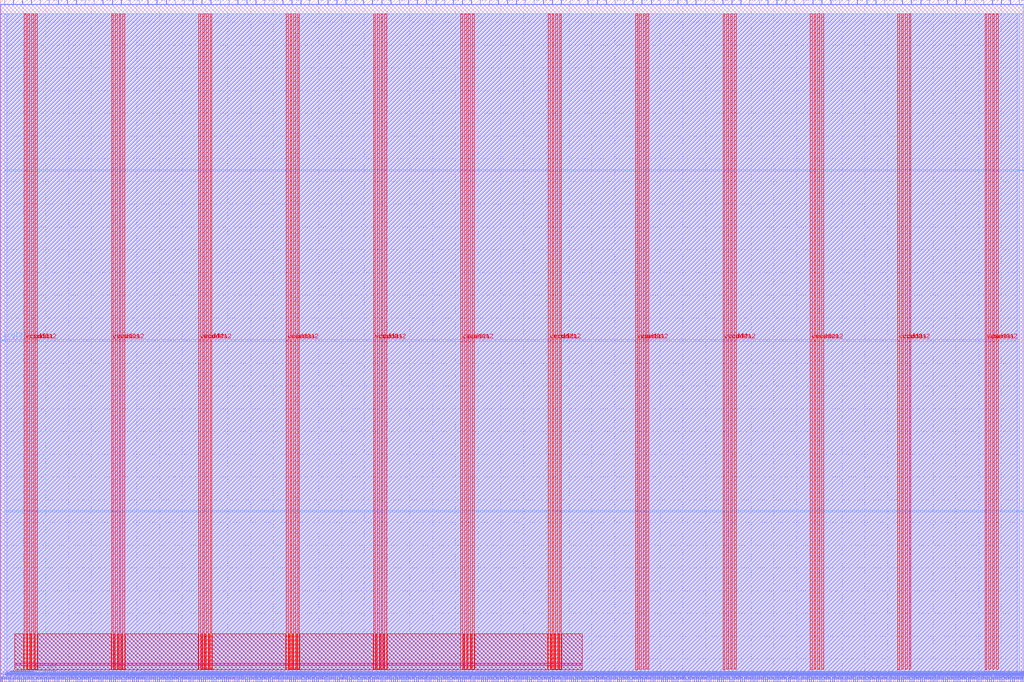
<source format=lef>
VERSION 5.7 ;
  NOWIREEXTENSIONATPIN ON ;
  DIVIDERCHAR "/" ;
  BUSBITCHARS "[]" ;
MACRO user_proj_example
  CLASS BLOCK ;
  FOREIGN user_proj_example ;
  ORIGIN 0.000 0.000 ;
  SIZE 900.000 BY 600.000 ;
  PIN io_in[0]
    DIRECTION INPUT ;
    USE SIGNAL ;
    PORT
      LAYER met2 ;
        RECT 3.770 596.000 4.050 600.000 ;
    END
  END io_in[0]
  PIN io_in[10]
    DIRECTION INPUT ;
    USE SIGNAL ;
    PORT
      LAYER met2 ;
        RECT 240.670 596.000 240.950 600.000 ;
    END
  END io_in[10]
  PIN io_in[11]
    DIRECTION INPUT ;
    USE SIGNAL ;
    PORT
      LAYER met2 ;
        RECT 264.130 596.000 264.410 600.000 ;
    END
  END io_in[11]
  PIN io_in[12]
    DIRECTION INPUT ;
    USE SIGNAL ;
    PORT
      LAYER met2 ;
        RECT 288.050 596.000 288.330 600.000 ;
    END
  END io_in[12]
  PIN io_in[13]
    DIRECTION INPUT ;
    USE SIGNAL ;
    PORT
      LAYER met2 ;
        RECT 311.510 596.000 311.790 600.000 ;
    END
  END io_in[13]
  PIN io_in[14]
    DIRECTION INPUT ;
    USE SIGNAL ;
    PORT
      LAYER met2 ;
        RECT 335.430 596.000 335.710 600.000 ;
    END
  END io_in[14]
  PIN io_in[15]
    DIRECTION INPUT ;
    USE SIGNAL ;
    PORT
      LAYER met2 ;
        RECT 358.890 596.000 359.170 600.000 ;
    END
  END io_in[15]
  PIN io_in[16]
    DIRECTION INPUT ;
    USE SIGNAL ;
    PORT
      LAYER met2 ;
        RECT 382.810 596.000 383.090 600.000 ;
    END
  END io_in[16]
  PIN io_in[17]
    DIRECTION INPUT ;
    USE SIGNAL ;
    PORT
      LAYER met2 ;
        RECT 406.270 596.000 406.550 600.000 ;
    END
  END io_in[17]
  PIN io_in[18]
    DIRECTION INPUT ;
    USE SIGNAL ;
    PORT
      LAYER met2 ;
        RECT 430.190 596.000 430.470 600.000 ;
    END
  END io_in[18]
  PIN io_in[19]
    DIRECTION INPUT ;
    USE SIGNAL ;
    PORT
      LAYER met2 ;
        RECT 453.650 596.000 453.930 600.000 ;
    END
  END io_in[19]
  PIN io_in[1]
    DIRECTION INPUT ;
    USE SIGNAL ;
    PORT
      LAYER met2 ;
        RECT 27.230 596.000 27.510 600.000 ;
    END
  END io_in[1]
  PIN io_in[20]
    DIRECTION INPUT ;
    USE SIGNAL ;
    PORT
      LAYER met2 ;
        RECT 477.570 596.000 477.850 600.000 ;
    END
  END io_in[20]
  PIN io_in[21]
    DIRECTION INPUT ;
    USE SIGNAL ;
    PORT
      LAYER met2 ;
        RECT 501.030 596.000 501.310 600.000 ;
    END
  END io_in[21]
  PIN io_in[22]
    DIRECTION INPUT ;
    USE SIGNAL ;
    PORT
      LAYER met2 ;
        RECT 524.950 596.000 525.230 600.000 ;
    END
  END io_in[22]
  PIN io_in[23]
    DIRECTION INPUT ;
    USE SIGNAL ;
    PORT
      LAYER met2 ;
        RECT 548.410 596.000 548.690 600.000 ;
    END
  END io_in[23]
  PIN io_in[24]
    DIRECTION INPUT ;
    USE SIGNAL ;
    PORT
      LAYER met2 ;
        RECT 572.330 596.000 572.610 600.000 ;
    END
  END io_in[24]
  PIN io_in[25]
    DIRECTION INPUT ;
    USE SIGNAL ;
    PORT
      LAYER met2 ;
        RECT 595.790 596.000 596.070 600.000 ;
    END
  END io_in[25]
  PIN io_in[26]
    DIRECTION INPUT ;
    USE SIGNAL ;
    PORT
      LAYER met2 ;
        RECT 619.710 596.000 619.990 600.000 ;
    END
  END io_in[26]
  PIN io_in[27]
    DIRECTION INPUT ;
    USE SIGNAL ;
    PORT
      LAYER met2 ;
        RECT 643.170 596.000 643.450 600.000 ;
    END
  END io_in[27]
  PIN io_in[28]
    DIRECTION INPUT ;
    USE SIGNAL ;
    PORT
      LAYER met2 ;
        RECT 667.090 596.000 667.370 600.000 ;
    END
  END io_in[28]
  PIN io_in[29]
    DIRECTION INPUT ;
    USE SIGNAL ;
    PORT
      LAYER met2 ;
        RECT 690.550 596.000 690.830 600.000 ;
    END
  END io_in[29]
  PIN io_in[2]
    DIRECTION INPUT ;
    USE SIGNAL ;
    PORT
      LAYER met2 ;
        RECT 51.150 596.000 51.430 600.000 ;
    END
  END io_in[2]
  PIN io_in[30]
    DIRECTION INPUT ;
    USE SIGNAL ;
    PORT
      LAYER met2 ;
        RECT 714.470 596.000 714.750 600.000 ;
    END
  END io_in[30]
  PIN io_in[31]
    DIRECTION INPUT ;
    USE SIGNAL ;
    PORT
      LAYER met2 ;
        RECT 737.930 596.000 738.210 600.000 ;
    END
  END io_in[31]
  PIN io_in[32]
    DIRECTION INPUT ;
    USE SIGNAL ;
    PORT
      LAYER met2 ;
        RECT 761.850 596.000 762.130 600.000 ;
    END
  END io_in[32]
  PIN io_in[33]
    DIRECTION INPUT ;
    USE SIGNAL ;
    PORT
      LAYER met2 ;
        RECT 785.310 596.000 785.590 600.000 ;
    END
  END io_in[33]
  PIN io_in[34]
    DIRECTION INPUT ;
    USE SIGNAL ;
    PORT
      LAYER met2 ;
        RECT 809.230 596.000 809.510 600.000 ;
    END
  END io_in[34]
  PIN io_in[35]
    DIRECTION INPUT ;
    USE SIGNAL ;
    PORT
      LAYER met2 ;
        RECT 832.690 596.000 832.970 600.000 ;
    END
  END io_in[35]
  PIN io_in[36]
    DIRECTION INPUT ;
    USE SIGNAL ;
    PORT
      LAYER met2 ;
        RECT 856.610 596.000 856.890 600.000 ;
    END
  END io_in[36]
  PIN io_in[37]
    DIRECTION INPUT ;
    USE SIGNAL ;
    PORT
      LAYER met2 ;
        RECT 880.070 596.000 880.350 600.000 ;
    END
  END io_in[37]
  PIN io_in[3]
    DIRECTION INPUT ;
    USE SIGNAL ;
    PORT
      LAYER met2 ;
        RECT 74.610 596.000 74.890 600.000 ;
    END
  END io_in[3]
  PIN io_in[4]
    DIRECTION INPUT ;
    USE SIGNAL ;
    PORT
      LAYER met2 ;
        RECT 98.530 596.000 98.810 600.000 ;
    END
  END io_in[4]
  PIN io_in[5]
    DIRECTION INPUT ;
    USE SIGNAL ;
    PORT
      LAYER met2 ;
        RECT 121.990 596.000 122.270 600.000 ;
    END
  END io_in[5]
  PIN io_in[6]
    DIRECTION INPUT ;
    USE SIGNAL ;
    PORT
      LAYER met2 ;
        RECT 145.910 596.000 146.190 600.000 ;
    END
  END io_in[6]
  PIN io_in[7]
    DIRECTION INPUT ;
    USE SIGNAL ;
    PORT
      LAYER met2 ;
        RECT 169.370 596.000 169.650 600.000 ;
    END
  END io_in[7]
  PIN io_in[8]
    DIRECTION INPUT ;
    USE SIGNAL ;
    PORT
      LAYER met2 ;
        RECT 193.290 596.000 193.570 600.000 ;
    END
  END io_in[8]
  PIN io_in[9]
    DIRECTION INPUT ;
    USE SIGNAL ;
    PORT
      LAYER met2 ;
        RECT 216.750 596.000 217.030 600.000 ;
    END
  END io_in[9]
  PIN io_oeb[0]
    DIRECTION OUTPUT TRISTATE ;
    USE SIGNAL ;
    PORT
      LAYER met2 ;
        RECT 11.590 596.000 11.870 600.000 ;
    END
  END io_oeb[0]
  PIN io_oeb[10]
    DIRECTION OUTPUT TRISTATE ;
    USE SIGNAL ;
    PORT
      LAYER met2 ;
        RECT 248.490 596.000 248.770 600.000 ;
    END
  END io_oeb[10]
  PIN io_oeb[11]
    DIRECTION OUTPUT TRISTATE ;
    USE SIGNAL ;
    PORT
      LAYER met2 ;
        RECT 271.950 596.000 272.230 600.000 ;
    END
  END io_oeb[11]
  PIN io_oeb[12]
    DIRECTION OUTPUT TRISTATE ;
    USE SIGNAL ;
    PORT
      LAYER met2 ;
        RECT 295.870 596.000 296.150 600.000 ;
    END
  END io_oeb[12]
  PIN io_oeb[13]
    DIRECTION OUTPUT TRISTATE ;
    USE SIGNAL ;
    PORT
      LAYER met2 ;
        RECT 319.330 596.000 319.610 600.000 ;
    END
  END io_oeb[13]
  PIN io_oeb[14]
    DIRECTION OUTPUT TRISTATE ;
    USE SIGNAL ;
    PORT
      LAYER met2 ;
        RECT 343.250 596.000 343.530 600.000 ;
    END
  END io_oeb[14]
  PIN io_oeb[15]
    DIRECTION OUTPUT TRISTATE ;
    USE SIGNAL ;
    PORT
      LAYER met2 ;
        RECT 366.710 596.000 366.990 600.000 ;
    END
  END io_oeb[15]
  PIN io_oeb[16]
    DIRECTION OUTPUT TRISTATE ;
    USE SIGNAL ;
    PORT
      LAYER met2 ;
        RECT 390.630 596.000 390.910 600.000 ;
    END
  END io_oeb[16]
  PIN io_oeb[17]
    DIRECTION OUTPUT TRISTATE ;
    USE SIGNAL ;
    PORT
      LAYER met2 ;
        RECT 414.090 596.000 414.370 600.000 ;
    END
  END io_oeb[17]
  PIN io_oeb[18]
    DIRECTION OUTPUT TRISTATE ;
    USE SIGNAL ;
    PORT
      LAYER met2 ;
        RECT 438.010 596.000 438.290 600.000 ;
    END
  END io_oeb[18]
  PIN io_oeb[19]
    DIRECTION OUTPUT TRISTATE ;
    USE SIGNAL ;
    PORT
      LAYER met2 ;
        RECT 461.470 596.000 461.750 600.000 ;
    END
  END io_oeb[19]
  PIN io_oeb[1]
    DIRECTION OUTPUT TRISTATE ;
    USE SIGNAL ;
    PORT
      LAYER met2 ;
        RECT 35.050 596.000 35.330 600.000 ;
    END
  END io_oeb[1]
  PIN io_oeb[20]
    DIRECTION OUTPUT TRISTATE ;
    USE SIGNAL ;
    PORT
      LAYER met2 ;
        RECT 485.390 596.000 485.670 600.000 ;
    END
  END io_oeb[20]
  PIN io_oeb[21]
    DIRECTION OUTPUT TRISTATE ;
    USE SIGNAL ;
    PORT
      LAYER met2 ;
        RECT 508.850 596.000 509.130 600.000 ;
    END
  END io_oeb[21]
  PIN io_oeb[22]
    DIRECTION OUTPUT TRISTATE ;
    USE SIGNAL ;
    PORT
      LAYER met2 ;
        RECT 532.770 596.000 533.050 600.000 ;
    END
  END io_oeb[22]
  PIN io_oeb[23]
    DIRECTION OUTPUT TRISTATE ;
    USE SIGNAL ;
    PORT
      LAYER met2 ;
        RECT 556.230 596.000 556.510 600.000 ;
    END
  END io_oeb[23]
  PIN io_oeb[24]
    DIRECTION OUTPUT TRISTATE ;
    USE SIGNAL ;
    PORT
      LAYER met2 ;
        RECT 580.150 596.000 580.430 600.000 ;
    END
  END io_oeb[24]
  PIN io_oeb[25]
    DIRECTION OUTPUT TRISTATE ;
    USE SIGNAL ;
    PORT
      LAYER met2 ;
        RECT 603.610 596.000 603.890 600.000 ;
    END
  END io_oeb[25]
  PIN io_oeb[26]
    DIRECTION OUTPUT TRISTATE ;
    USE SIGNAL ;
    PORT
      LAYER met2 ;
        RECT 627.530 596.000 627.810 600.000 ;
    END
  END io_oeb[26]
  PIN io_oeb[27]
    DIRECTION OUTPUT TRISTATE ;
    USE SIGNAL ;
    PORT
      LAYER met2 ;
        RECT 650.990 596.000 651.270 600.000 ;
    END
  END io_oeb[27]
  PIN io_oeb[28]
    DIRECTION OUTPUT TRISTATE ;
    USE SIGNAL ;
    PORT
      LAYER met2 ;
        RECT 674.910 596.000 675.190 600.000 ;
    END
  END io_oeb[28]
  PIN io_oeb[29]
    DIRECTION OUTPUT TRISTATE ;
    USE SIGNAL ;
    PORT
      LAYER met2 ;
        RECT 698.370 596.000 698.650 600.000 ;
    END
  END io_oeb[29]
  PIN io_oeb[2]
    DIRECTION OUTPUT TRISTATE ;
    USE SIGNAL ;
    PORT
      LAYER met2 ;
        RECT 58.970 596.000 59.250 600.000 ;
    END
  END io_oeb[2]
  PIN io_oeb[30]
    DIRECTION OUTPUT TRISTATE ;
    USE SIGNAL ;
    PORT
      LAYER met2 ;
        RECT 722.290 596.000 722.570 600.000 ;
    END
  END io_oeb[30]
  PIN io_oeb[31]
    DIRECTION OUTPUT TRISTATE ;
    USE SIGNAL ;
    PORT
      LAYER met2 ;
        RECT 745.750 596.000 746.030 600.000 ;
    END
  END io_oeb[31]
  PIN io_oeb[32]
    DIRECTION OUTPUT TRISTATE ;
    USE SIGNAL ;
    PORT
      LAYER met2 ;
        RECT 769.670 596.000 769.950 600.000 ;
    END
  END io_oeb[32]
  PIN io_oeb[33]
    DIRECTION OUTPUT TRISTATE ;
    USE SIGNAL ;
    PORT
      LAYER met2 ;
        RECT 793.130 596.000 793.410 600.000 ;
    END
  END io_oeb[33]
  PIN io_oeb[34]
    DIRECTION OUTPUT TRISTATE ;
    USE SIGNAL ;
    PORT
      LAYER met2 ;
        RECT 817.050 596.000 817.330 600.000 ;
    END
  END io_oeb[34]
  PIN io_oeb[35]
    DIRECTION OUTPUT TRISTATE ;
    USE SIGNAL ;
    PORT
      LAYER met2 ;
        RECT 840.510 596.000 840.790 600.000 ;
    END
  END io_oeb[35]
  PIN io_oeb[36]
    DIRECTION OUTPUT TRISTATE ;
    USE SIGNAL ;
    PORT
      LAYER met2 ;
        RECT 864.430 596.000 864.710 600.000 ;
    END
  END io_oeb[36]
  PIN io_oeb[37]
    DIRECTION OUTPUT TRISTATE ;
    USE SIGNAL ;
    PORT
      LAYER met2 ;
        RECT 887.890 596.000 888.170 600.000 ;
    END
  END io_oeb[37]
  PIN io_oeb[3]
    DIRECTION OUTPUT TRISTATE ;
    USE SIGNAL ;
    PORT
      LAYER met2 ;
        RECT 82.430 596.000 82.710 600.000 ;
    END
  END io_oeb[3]
  PIN io_oeb[4]
    DIRECTION OUTPUT TRISTATE ;
    USE SIGNAL ;
    PORT
      LAYER met2 ;
        RECT 106.350 596.000 106.630 600.000 ;
    END
  END io_oeb[4]
  PIN io_oeb[5]
    DIRECTION OUTPUT TRISTATE ;
    USE SIGNAL ;
    PORT
      LAYER met2 ;
        RECT 129.810 596.000 130.090 600.000 ;
    END
  END io_oeb[5]
  PIN io_oeb[6]
    DIRECTION OUTPUT TRISTATE ;
    USE SIGNAL ;
    PORT
      LAYER met2 ;
        RECT 153.730 596.000 154.010 600.000 ;
    END
  END io_oeb[6]
  PIN io_oeb[7]
    DIRECTION OUTPUT TRISTATE ;
    USE SIGNAL ;
    PORT
      LAYER met2 ;
        RECT 177.190 596.000 177.470 600.000 ;
    END
  END io_oeb[7]
  PIN io_oeb[8]
    DIRECTION OUTPUT TRISTATE ;
    USE SIGNAL ;
    PORT
      LAYER met2 ;
        RECT 201.110 596.000 201.390 600.000 ;
    END
  END io_oeb[8]
  PIN io_oeb[9]
    DIRECTION OUTPUT TRISTATE ;
    USE SIGNAL ;
    PORT
      LAYER met2 ;
        RECT 224.570 596.000 224.850 600.000 ;
    END
  END io_oeb[9]
  PIN io_out[0]
    DIRECTION OUTPUT TRISTATE ;
    USE SIGNAL ;
    PORT
      LAYER met2 ;
        RECT 19.410 596.000 19.690 600.000 ;
    END
  END io_out[0]
  PIN io_out[10]
    DIRECTION OUTPUT TRISTATE ;
    USE SIGNAL ;
    PORT
      LAYER met2 ;
        RECT 256.310 596.000 256.590 600.000 ;
    END
  END io_out[10]
  PIN io_out[11]
    DIRECTION OUTPUT TRISTATE ;
    USE SIGNAL ;
    PORT
      LAYER met2 ;
        RECT 279.770 596.000 280.050 600.000 ;
    END
  END io_out[11]
  PIN io_out[12]
    DIRECTION OUTPUT TRISTATE ;
    USE SIGNAL ;
    PORT
      LAYER met2 ;
        RECT 303.690 596.000 303.970 600.000 ;
    END
  END io_out[12]
  PIN io_out[13]
    DIRECTION OUTPUT TRISTATE ;
    USE SIGNAL ;
    PORT
      LAYER met2 ;
        RECT 327.150 596.000 327.430 600.000 ;
    END
  END io_out[13]
  PIN io_out[14]
    DIRECTION OUTPUT TRISTATE ;
    USE SIGNAL ;
    PORT
      LAYER met2 ;
        RECT 351.070 596.000 351.350 600.000 ;
    END
  END io_out[14]
  PIN io_out[15]
    DIRECTION OUTPUT TRISTATE ;
    USE SIGNAL ;
    PORT
      LAYER met2 ;
        RECT 374.530 596.000 374.810 600.000 ;
    END
  END io_out[15]
  PIN io_out[16]
    DIRECTION OUTPUT TRISTATE ;
    USE SIGNAL ;
    PORT
      LAYER met2 ;
        RECT 398.450 596.000 398.730 600.000 ;
    END
  END io_out[16]
  PIN io_out[17]
    DIRECTION OUTPUT TRISTATE ;
    USE SIGNAL ;
    PORT
      LAYER met2 ;
        RECT 421.910 596.000 422.190 600.000 ;
    END
  END io_out[17]
  PIN io_out[18]
    DIRECTION OUTPUT TRISTATE ;
    USE SIGNAL ;
    PORT
      LAYER met2 ;
        RECT 445.830 596.000 446.110 600.000 ;
    END
  END io_out[18]
  PIN io_out[19]
    DIRECTION OUTPUT TRISTATE ;
    USE SIGNAL ;
    PORT
      LAYER met2 ;
        RECT 469.290 596.000 469.570 600.000 ;
    END
  END io_out[19]
  PIN io_out[1]
    DIRECTION OUTPUT TRISTATE ;
    USE SIGNAL ;
    PORT
      LAYER met2 ;
        RECT 42.870 596.000 43.150 600.000 ;
    END
  END io_out[1]
  PIN io_out[20]
    DIRECTION OUTPUT TRISTATE ;
    USE SIGNAL ;
    PORT
      LAYER met2 ;
        RECT 493.210 596.000 493.490 600.000 ;
    END
  END io_out[20]
  PIN io_out[21]
    DIRECTION OUTPUT TRISTATE ;
    USE SIGNAL ;
    PORT
      LAYER met2 ;
        RECT 516.670 596.000 516.950 600.000 ;
    END
  END io_out[21]
  PIN io_out[22]
    DIRECTION OUTPUT TRISTATE ;
    USE SIGNAL ;
    PORT
      LAYER met2 ;
        RECT 540.590 596.000 540.870 600.000 ;
    END
  END io_out[22]
  PIN io_out[23]
    DIRECTION OUTPUT TRISTATE ;
    USE SIGNAL ;
    PORT
      LAYER met2 ;
        RECT 564.050 596.000 564.330 600.000 ;
    END
  END io_out[23]
  PIN io_out[24]
    DIRECTION OUTPUT TRISTATE ;
    USE SIGNAL ;
    PORT
      LAYER met2 ;
        RECT 587.970 596.000 588.250 600.000 ;
    END
  END io_out[24]
  PIN io_out[25]
    DIRECTION OUTPUT TRISTATE ;
    USE SIGNAL ;
    PORT
      LAYER met2 ;
        RECT 611.430 596.000 611.710 600.000 ;
    END
  END io_out[25]
  PIN io_out[26]
    DIRECTION OUTPUT TRISTATE ;
    USE SIGNAL ;
    PORT
      LAYER met2 ;
        RECT 635.350 596.000 635.630 600.000 ;
    END
  END io_out[26]
  PIN io_out[27]
    DIRECTION OUTPUT TRISTATE ;
    USE SIGNAL ;
    PORT
      LAYER met2 ;
        RECT 658.810 596.000 659.090 600.000 ;
    END
  END io_out[27]
  PIN io_out[28]
    DIRECTION OUTPUT TRISTATE ;
    USE SIGNAL ;
    PORT
      LAYER met2 ;
        RECT 682.730 596.000 683.010 600.000 ;
    END
  END io_out[28]
  PIN io_out[29]
    DIRECTION OUTPUT TRISTATE ;
    USE SIGNAL ;
    PORT
      LAYER met2 ;
        RECT 706.190 596.000 706.470 600.000 ;
    END
  END io_out[29]
  PIN io_out[2]
    DIRECTION OUTPUT TRISTATE ;
    USE SIGNAL ;
    PORT
      LAYER met2 ;
        RECT 66.790 596.000 67.070 600.000 ;
    END
  END io_out[2]
  PIN io_out[30]
    DIRECTION OUTPUT TRISTATE ;
    USE SIGNAL ;
    PORT
      LAYER met2 ;
        RECT 730.110 596.000 730.390 600.000 ;
    END
  END io_out[30]
  PIN io_out[31]
    DIRECTION OUTPUT TRISTATE ;
    USE SIGNAL ;
    PORT
      LAYER met2 ;
        RECT 753.570 596.000 753.850 600.000 ;
    END
  END io_out[31]
  PIN io_out[32]
    DIRECTION OUTPUT TRISTATE ;
    USE SIGNAL ;
    PORT
      LAYER met2 ;
        RECT 777.490 596.000 777.770 600.000 ;
    END
  END io_out[32]
  PIN io_out[33]
    DIRECTION OUTPUT TRISTATE ;
    USE SIGNAL ;
    PORT
      LAYER met2 ;
        RECT 800.950 596.000 801.230 600.000 ;
    END
  END io_out[33]
  PIN io_out[34]
    DIRECTION OUTPUT TRISTATE ;
    USE SIGNAL ;
    PORT
      LAYER met2 ;
        RECT 824.870 596.000 825.150 600.000 ;
    END
  END io_out[34]
  PIN io_out[35]
    DIRECTION OUTPUT TRISTATE ;
    USE SIGNAL ;
    PORT
      LAYER met2 ;
        RECT 848.330 596.000 848.610 600.000 ;
    END
  END io_out[35]
  PIN io_out[36]
    DIRECTION OUTPUT TRISTATE ;
    USE SIGNAL ;
    PORT
      LAYER met2 ;
        RECT 872.250 596.000 872.530 600.000 ;
    END
  END io_out[36]
  PIN io_out[37]
    DIRECTION OUTPUT TRISTATE ;
    USE SIGNAL ;
    PORT
      LAYER met2 ;
        RECT 895.710 596.000 895.990 600.000 ;
    END
  END io_out[37]
  PIN io_out[3]
    DIRECTION OUTPUT TRISTATE ;
    USE SIGNAL ;
    PORT
      LAYER met2 ;
        RECT 90.250 596.000 90.530 600.000 ;
    END
  END io_out[3]
  PIN io_out[4]
    DIRECTION OUTPUT TRISTATE ;
    USE SIGNAL ;
    PORT
      LAYER met2 ;
        RECT 114.170 596.000 114.450 600.000 ;
    END
  END io_out[4]
  PIN io_out[5]
    DIRECTION OUTPUT TRISTATE ;
    USE SIGNAL ;
    PORT
      LAYER met2 ;
        RECT 137.630 596.000 137.910 600.000 ;
    END
  END io_out[5]
  PIN io_out[6]
    DIRECTION OUTPUT TRISTATE ;
    USE SIGNAL ;
    PORT
      LAYER met2 ;
        RECT 161.550 596.000 161.830 600.000 ;
    END
  END io_out[6]
  PIN io_out[7]
    DIRECTION OUTPUT TRISTATE ;
    USE SIGNAL ;
    PORT
      LAYER met2 ;
        RECT 185.010 596.000 185.290 600.000 ;
    END
  END io_out[7]
  PIN io_out[8]
    DIRECTION OUTPUT TRISTATE ;
    USE SIGNAL ;
    PORT
      LAYER met2 ;
        RECT 208.930 596.000 209.210 600.000 ;
    END
  END io_out[8]
  PIN io_out[9]
    DIRECTION OUTPUT TRISTATE ;
    USE SIGNAL ;
    PORT
      LAYER met2 ;
        RECT 232.390 596.000 232.670 600.000 ;
    END
  END io_out[9]
  PIN irq[0]
    DIRECTION OUTPUT TRISTATE ;
    USE SIGNAL ;
    PORT
      LAYER met3 ;
        RECT 896.000 149.640 900.000 150.240 ;
    END
  END irq[0]
  PIN irq[1]
    DIRECTION OUTPUT TRISTATE ;
    USE SIGNAL ;
    PORT
      LAYER met3 ;
        RECT 896.000 449.520 900.000 450.120 ;
    END
  END irq[1]
  PIN irq[2]
    DIRECTION OUTPUT TRISTATE ;
    USE SIGNAL ;
    PORT
      LAYER met3 ;
        RECT 0.000 299.920 4.000 300.520 ;
    END
  END irq[2]
  PIN la_data_in[0]
    DIRECTION INPUT ;
    USE SIGNAL ;
    PORT
      LAYER met2 ;
        RECT 195.130 0.000 195.410 4.000 ;
    END
  END la_data_in[0]
  PIN la_data_in[100]
    DIRECTION INPUT ;
    USE SIGNAL ;
    PORT
      LAYER met2 ;
        RECT 746.210 0.000 746.490 4.000 ;
    END
  END la_data_in[100]
  PIN la_data_in[101]
    DIRECTION INPUT ;
    USE SIGNAL ;
    PORT
      LAYER met2 ;
        RECT 751.730 0.000 752.010 4.000 ;
    END
  END la_data_in[101]
  PIN la_data_in[102]
    DIRECTION INPUT ;
    USE SIGNAL ;
    PORT
      LAYER met2 ;
        RECT 757.250 0.000 757.530 4.000 ;
    END
  END la_data_in[102]
  PIN la_data_in[103]
    DIRECTION INPUT ;
    USE SIGNAL ;
    PORT
      LAYER met2 ;
        RECT 762.770 0.000 763.050 4.000 ;
    END
  END la_data_in[103]
  PIN la_data_in[104]
    DIRECTION INPUT ;
    USE SIGNAL ;
    PORT
      LAYER met2 ;
        RECT 768.290 0.000 768.570 4.000 ;
    END
  END la_data_in[104]
  PIN la_data_in[105]
    DIRECTION INPUT ;
    USE SIGNAL ;
    PORT
      LAYER met2 ;
        RECT 773.810 0.000 774.090 4.000 ;
    END
  END la_data_in[105]
  PIN la_data_in[106]
    DIRECTION INPUT ;
    USE SIGNAL ;
    PORT
      LAYER met2 ;
        RECT 779.330 0.000 779.610 4.000 ;
    END
  END la_data_in[106]
  PIN la_data_in[107]
    DIRECTION INPUT ;
    USE SIGNAL ;
    PORT
      LAYER met2 ;
        RECT 784.850 0.000 785.130 4.000 ;
    END
  END la_data_in[107]
  PIN la_data_in[108]
    DIRECTION INPUT ;
    USE SIGNAL ;
    PORT
      LAYER met2 ;
        RECT 790.370 0.000 790.650 4.000 ;
    END
  END la_data_in[108]
  PIN la_data_in[109]
    DIRECTION INPUT ;
    USE SIGNAL ;
    PORT
      LAYER met2 ;
        RECT 795.890 0.000 796.170 4.000 ;
    END
  END la_data_in[109]
  PIN la_data_in[10]
    DIRECTION INPUT ;
    USE SIGNAL ;
    PORT
      LAYER met2 ;
        RECT 250.330 0.000 250.610 4.000 ;
    END
  END la_data_in[10]
  PIN la_data_in[110]
    DIRECTION INPUT ;
    USE SIGNAL ;
    PORT
      LAYER met2 ;
        RECT 801.410 0.000 801.690 4.000 ;
    END
  END la_data_in[110]
  PIN la_data_in[111]
    DIRECTION INPUT ;
    USE SIGNAL ;
    PORT
      LAYER met2 ;
        RECT 806.930 0.000 807.210 4.000 ;
    END
  END la_data_in[111]
  PIN la_data_in[112]
    DIRECTION INPUT ;
    USE SIGNAL ;
    PORT
      LAYER met2 ;
        RECT 812.450 0.000 812.730 4.000 ;
    END
  END la_data_in[112]
  PIN la_data_in[113]
    DIRECTION INPUT ;
    USE SIGNAL ;
    PORT
      LAYER met2 ;
        RECT 817.970 0.000 818.250 4.000 ;
    END
  END la_data_in[113]
  PIN la_data_in[114]
    DIRECTION INPUT ;
    USE SIGNAL ;
    PORT
      LAYER met2 ;
        RECT 823.490 0.000 823.770 4.000 ;
    END
  END la_data_in[114]
  PIN la_data_in[115]
    DIRECTION INPUT ;
    USE SIGNAL ;
    PORT
      LAYER met2 ;
        RECT 829.010 0.000 829.290 4.000 ;
    END
  END la_data_in[115]
  PIN la_data_in[116]
    DIRECTION INPUT ;
    USE SIGNAL ;
    PORT
      LAYER met2 ;
        RECT 834.530 0.000 834.810 4.000 ;
    END
  END la_data_in[116]
  PIN la_data_in[117]
    DIRECTION INPUT ;
    USE SIGNAL ;
    PORT
      LAYER met2 ;
        RECT 840.050 0.000 840.330 4.000 ;
    END
  END la_data_in[117]
  PIN la_data_in[118]
    DIRECTION INPUT ;
    USE SIGNAL ;
    PORT
      LAYER met2 ;
        RECT 845.570 0.000 845.850 4.000 ;
    END
  END la_data_in[118]
  PIN la_data_in[119]
    DIRECTION INPUT ;
    USE SIGNAL ;
    PORT
      LAYER met2 ;
        RECT 851.090 0.000 851.370 4.000 ;
    END
  END la_data_in[119]
  PIN la_data_in[11]
    DIRECTION INPUT ;
    USE SIGNAL ;
    PORT
      LAYER met2 ;
        RECT 255.850 0.000 256.130 4.000 ;
    END
  END la_data_in[11]
  PIN la_data_in[120]
    DIRECTION INPUT ;
    USE SIGNAL ;
    PORT
      LAYER met2 ;
        RECT 856.610 0.000 856.890 4.000 ;
    END
  END la_data_in[120]
  PIN la_data_in[121]
    DIRECTION INPUT ;
    USE SIGNAL ;
    PORT
      LAYER met2 ;
        RECT 862.130 0.000 862.410 4.000 ;
    END
  END la_data_in[121]
  PIN la_data_in[122]
    DIRECTION INPUT ;
    USE SIGNAL ;
    PORT
      LAYER met2 ;
        RECT 867.650 0.000 867.930 4.000 ;
    END
  END la_data_in[122]
  PIN la_data_in[123]
    DIRECTION INPUT ;
    USE SIGNAL ;
    PORT
      LAYER met2 ;
        RECT 873.170 0.000 873.450 4.000 ;
    END
  END la_data_in[123]
  PIN la_data_in[124]
    DIRECTION INPUT ;
    USE SIGNAL ;
    PORT
      LAYER met2 ;
        RECT 878.690 0.000 878.970 4.000 ;
    END
  END la_data_in[124]
  PIN la_data_in[125]
    DIRECTION INPUT ;
    USE SIGNAL ;
    PORT
      LAYER met2 ;
        RECT 884.210 0.000 884.490 4.000 ;
    END
  END la_data_in[125]
  PIN la_data_in[126]
    DIRECTION INPUT ;
    USE SIGNAL ;
    PORT
      LAYER met2 ;
        RECT 889.730 0.000 890.010 4.000 ;
    END
  END la_data_in[126]
  PIN la_data_in[127]
    DIRECTION INPUT ;
    USE SIGNAL ;
    PORT
      LAYER met2 ;
        RECT 895.250 0.000 895.530 4.000 ;
    END
  END la_data_in[127]
  PIN la_data_in[12]
    DIRECTION INPUT ;
    USE SIGNAL ;
    PORT
      LAYER met2 ;
        RECT 261.370 0.000 261.650 4.000 ;
    END
  END la_data_in[12]
  PIN la_data_in[13]
    DIRECTION INPUT ;
    USE SIGNAL ;
    PORT
      LAYER met2 ;
        RECT 266.890 0.000 267.170 4.000 ;
    END
  END la_data_in[13]
  PIN la_data_in[14]
    DIRECTION INPUT ;
    USE SIGNAL ;
    PORT
      LAYER met2 ;
        RECT 272.410 0.000 272.690 4.000 ;
    END
  END la_data_in[14]
  PIN la_data_in[15]
    DIRECTION INPUT ;
    USE SIGNAL ;
    PORT
      LAYER met2 ;
        RECT 277.930 0.000 278.210 4.000 ;
    END
  END la_data_in[15]
  PIN la_data_in[16]
    DIRECTION INPUT ;
    USE SIGNAL ;
    PORT
      LAYER met2 ;
        RECT 283.450 0.000 283.730 4.000 ;
    END
  END la_data_in[16]
  PIN la_data_in[17]
    DIRECTION INPUT ;
    USE SIGNAL ;
    PORT
      LAYER met2 ;
        RECT 288.970 0.000 289.250 4.000 ;
    END
  END la_data_in[17]
  PIN la_data_in[18]
    DIRECTION INPUT ;
    USE SIGNAL ;
    PORT
      LAYER met2 ;
        RECT 294.490 0.000 294.770 4.000 ;
    END
  END la_data_in[18]
  PIN la_data_in[19]
    DIRECTION INPUT ;
    USE SIGNAL ;
    PORT
      LAYER met2 ;
        RECT 300.010 0.000 300.290 4.000 ;
    END
  END la_data_in[19]
  PIN la_data_in[1]
    DIRECTION INPUT ;
    USE SIGNAL ;
    PORT
      LAYER met2 ;
        RECT 200.650 0.000 200.930 4.000 ;
    END
  END la_data_in[1]
  PIN la_data_in[20]
    DIRECTION INPUT ;
    USE SIGNAL ;
    PORT
      LAYER met2 ;
        RECT 305.070 0.000 305.350 4.000 ;
    END
  END la_data_in[20]
  PIN la_data_in[21]
    DIRECTION INPUT ;
    USE SIGNAL ;
    PORT
      LAYER met2 ;
        RECT 310.590 0.000 310.870 4.000 ;
    END
  END la_data_in[21]
  PIN la_data_in[22]
    DIRECTION INPUT ;
    USE SIGNAL ;
    PORT
      LAYER met2 ;
        RECT 316.110 0.000 316.390 4.000 ;
    END
  END la_data_in[22]
  PIN la_data_in[23]
    DIRECTION INPUT ;
    USE SIGNAL ;
    PORT
      LAYER met2 ;
        RECT 321.630 0.000 321.910 4.000 ;
    END
  END la_data_in[23]
  PIN la_data_in[24]
    DIRECTION INPUT ;
    USE SIGNAL ;
    PORT
      LAYER met2 ;
        RECT 327.150 0.000 327.430 4.000 ;
    END
  END la_data_in[24]
  PIN la_data_in[25]
    DIRECTION INPUT ;
    USE SIGNAL ;
    PORT
      LAYER met2 ;
        RECT 332.670 0.000 332.950 4.000 ;
    END
  END la_data_in[25]
  PIN la_data_in[26]
    DIRECTION INPUT ;
    USE SIGNAL ;
    PORT
      LAYER met2 ;
        RECT 338.190 0.000 338.470 4.000 ;
    END
  END la_data_in[26]
  PIN la_data_in[27]
    DIRECTION INPUT ;
    USE SIGNAL ;
    PORT
      LAYER met2 ;
        RECT 343.710 0.000 343.990 4.000 ;
    END
  END la_data_in[27]
  PIN la_data_in[28]
    DIRECTION INPUT ;
    USE SIGNAL ;
    PORT
      LAYER met2 ;
        RECT 349.230 0.000 349.510 4.000 ;
    END
  END la_data_in[28]
  PIN la_data_in[29]
    DIRECTION INPUT ;
    USE SIGNAL ;
    PORT
      LAYER met2 ;
        RECT 354.750 0.000 355.030 4.000 ;
    END
  END la_data_in[29]
  PIN la_data_in[2]
    DIRECTION INPUT ;
    USE SIGNAL ;
    PORT
      LAYER met2 ;
        RECT 206.170 0.000 206.450 4.000 ;
    END
  END la_data_in[2]
  PIN la_data_in[30]
    DIRECTION INPUT ;
    USE SIGNAL ;
    PORT
      LAYER met2 ;
        RECT 360.270 0.000 360.550 4.000 ;
    END
  END la_data_in[30]
  PIN la_data_in[31]
    DIRECTION INPUT ;
    USE SIGNAL ;
    PORT
      LAYER met2 ;
        RECT 365.790 0.000 366.070 4.000 ;
    END
  END la_data_in[31]
  PIN la_data_in[32]
    DIRECTION INPUT ;
    USE SIGNAL ;
    PORT
      LAYER met2 ;
        RECT 371.310 0.000 371.590 4.000 ;
    END
  END la_data_in[32]
  PIN la_data_in[33]
    DIRECTION INPUT ;
    USE SIGNAL ;
    PORT
      LAYER met2 ;
        RECT 376.830 0.000 377.110 4.000 ;
    END
  END la_data_in[33]
  PIN la_data_in[34]
    DIRECTION INPUT ;
    USE SIGNAL ;
    PORT
      LAYER met2 ;
        RECT 382.350 0.000 382.630 4.000 ;
    END
  END la_data_in[34]
  PIN la_data_in[35]
    DIRECTION INPUT ;
    USE SIGNAL ;
    PORT
      LAYER met2 ;
        RECT 387.870 0.000 388.150 4.000 ;
    END
  END la_data_in[35]
  PIN la_data_in[36]
    DIRECTION INPUT ;
    USE SIGNAL ;
    PORT
      LAYER met2 ;
        RECT 393.390 0.000 393.670 4.000 ;
    END
  END la_data_in[36]
  PIN la_data_in[37]
    DIRECTION INPUT ;
    USE SIGNAL ;
    PORT
      LAYER met2 ;
        RECT 398.910 0.000 399.190 4.000 ;
    END
  END la_data_in[37]
  PIN la_data_in[38]
    DIRECTION INPUT ;
    USE SIGNAL ;
    PORT
      LAYER met2 ;
        RECT 404.430 0.000 404.710 4.000 ;
    END
  END la_data_in[38]
  PIN la_data_in[39]
    DIRECTION INPUT ;
    USE SIGNAL ;
    PORT
      LAYER met2 ;
        RECT 409.950 0.000 410.230 4.000 ;
    END
  END la_data_in[39]
  PIN la_data_in[3]
    DIRECTION INPUT ;
    USE SIGNAL ;
    PORT
      LAYER met2 ;
        RECT 211.690 0.000 211.970 4.000 ;
    END
  END la_data_in[3]
  PIN la_data_in[40]
    DIRECTION INPUT ;
    USE SIGNAL ;
    PORT
      LAYER met2 ;
        RECT 415.470 0.000 415.750 4.000 ;
    END
  END la_data_in[40]
  PIN la_data_in[41]
    DIRECTION INPUT ;
    USE SIGNAL ;
    PORT
      LAYER met2 ;
        RECT 420.990 0.000 421.270 4.000 ;
    END
  END la_data_in[41]
  PIN la_data_in[42]
    DIRECTION INPUT ;
    USE SIGNAL ;
    PORT
      LAYER met2 ;
        RECT 426.510 0.000 426.790 4.000 ;
    END
  END la_data_in[42]
  PIN la_data_in[43]
    DIRECTION INPUT ;
    USE SIGNAL ;
    PORT
      LAYER met2 ;
        RECT 432.030 0.000 432.310 4.000 ;
    END
  END la_data_in[43]
  PIN la_data_in[44]
    DIRECTION INPUT ;
    USE SIGNAL ;
    PORT
      LAYER met2 ;
        RECT 437.550 0.000 437.830 4.000 ;
    END
  END la_data_in[44]
  PIN la_data_in[45]
    DIRECTION INPUT ;
    USE SIGNAL ;
    PORT
      LAYER met2 ;
        RECT 443.070 0.000 443.350 4.000 ;
    END
  END la_data_in[45]
  PIN la_data_in[46]
    DIRECTION INPUT ;
    USE SIGNAL ;
    PORT
      LAYER met2 ;
        RECT 448.590 0.000 448.870 4.000 ;
    END
  END la_data_in[46]
  PIN la_data_in[47]
    DIRECTION INPUT ;
    USE SIGNAL ;
    PORT
      LAYER met2 ;
        RECT 454.110 0.000 454.390 4.000 ;
    END
  END la_data_in[47]
  PIN la_data_in[48]
    DIRECTION INPUT ;
    USE SIGNAL ;
    PORT
      LAYER met2 ;
        RECT 459.630 0.000 459.910 4.000 ;
    END
  END la_data_in[48]
  PIN la_data_in[49]
    DIRECTION INPUT ;
    USE SIGNAL ;
    PORT
      LAYER met2 ;
        RECT 465.150 0.000 465.430 4.000 ;
    END
  END la_data_in[49]
  PIN la_data_in[4]
    DIRECTION INPUT ;
    USE SIGNAL ;
    PORT
      LAYER met2 ;
        RECT 217.210 0.000 217.490 4.000 ;
    END
  END la_data_in[4]
  PIN la_data_in[50]
    DIRECTION INPUT ;
    USE SIGNAL ;
    PORT
      LAYER met2 ;
        RECT 470.670 0.000 470.950 4.000 ;
    END
  END la_data_in[50]
  PIN la_data_in[51]
    DIRECTION INPUT ;
    USE SIGNAL ;
    PORT
      LAYER met2 ;
        RECT 476.190 0.000 476.470 4.000 ;
    END
  END la_data_in[51]
  PIN la_data_in[52]
    DIRECTION INPUT ;
    USE SIGNAL ;
    PORT
      LAYER met2 ;
        RECT 481.710 0.000 481.990 4.000 ;
    END
  END la_data_in[52]
  PIN la_data_in[53]
    DIRECTION INPUT ;
    USE SIGNAL ;
    PORT
      LAYER met2 ;
        RECT 487.230 0.000 487.510 4.000 ;
    END
  END la_data_in[53]
  PIN la_data_in[54]
    DIRECTION INPUT ;
    USE SIGNAL ;
    PORT
      LAYER met2 ;
        RECT 492.750 0.000 493.030 4.000 ;
    END
  END la_data_in[54]
  PIN la_data_in[55]
    DIRECTION INPUT ;
    USE SIGNAL ;
    PORT
      LAYER met2 ;
        RECT 498.270 0.000 498.550 4.000 ;
    END
  END la_data_in[55]
  PIN la_data_in[56]
    DIRECTION INPUT ;
    USE SIGNAL ;
    PORT
      LAYER met2 ;
        RECT 503.790 0.000 504.070 4.000 ;
    END
  END la_data_in[56]
  PIN la_data_in[57]
    DIRECTION INPUT ;
    USE SIGNAL ;
    PORT
      LAYER met2 ;
        RECT 509.310 0.000 509.590 4.000 ;
    END
  END la_data_in[57]
  PIN la_data_in[58]
    DIRECTION INPUT ;
    USE SIGNAL ;
    PORT
      LAYER met2 ;
        RECT 514.830 0.000 515.110 4.000 ;
    END
  END la_data_in[58]
  PIN la_data_in[59]
    DIRECTION INPUT ;
    USE SIGNAL ;
    PORT
      LAYER met2 ;
        RECT 520.350 0.000 520.630 4.000 ;
    END
  END la_data_in[59]
  PIN la_data_in[5]
    DIRECTION INPUT ;
    USE SIGNAL ;
    PORT
      LAYER met2 ;
        RECT 222.730 0.000 223.010 4.000 ;
    END
  END la_data_in[5]
  PIN la_data_in[60]
    DIRECTION INPUT ;
    USE SIGNAL ;
    PORT
      LAYER met2 ;
        RECT 525.870 0.000 526.150 4.000 ;
    END
  END la_data_in[60]
  PIN la_data_in[61]
    DIRECTION INPUT ;
    USE SIGNAL ;
    PORT
      LAYER met2 ;
        RECT 531.390 0.000 531.670 4.000 ;
    END
  END la_data_in[61]
  PIN la_data_in[62]
    DIRECTION INPUT ;
    USE SIGNAL ;
    PORT
      LAYER met2 ;
        RECT 536.910 0.000 537.190 4.000 ;
    END
  END la_data_in[62]
  PIN la_data_in[63]
    DIRECTION INPUT ;
    USE SIGNAL ;
    PORT
      LAYER met2 ;
        RECT 542.430 0.000 542.710 4.000 ;
    END
  END la_data_in[63]
  PIN la_data_in[64]
    DIRECTION INPUT ;
    USE SIGNAL ;
    PORT
      LAYER met2 ;
        RECT 547.950 0.000 548.230 4.000 ;
    END
  END la_data_in[64]
  PIN la_data_in[65]
    DIRECTION INPUT ;
    USE SIGNAL ;
    PORT
      LAYER met2 ;
        RECT 553.470 0.000 553.750 4.000 ;
    END
  END la_data_in[65]
  PIN la_data_in[66]
    DIRECTION INPUT ;
    USE SIGNAL ;
    PORT
      LAYER met2 ;
        RECT 558.990 0.000 559.270 4.000 ;
    END
  END la_data_in[66]
  PIN la_data_in[67]
    DIRECTION INPUT ;
    USE SIGNAL ;
    PORT
      LAYER met2 ;
        RECT 564.510 0.000 564.790 4.000 ;
    END
  END la_data_in[67]
  PIN la_data_in[68]
    DIRECTION INPUT ;
    USE SIGNAL ;
    PORT
      LAYER met2 ;
        RECT 570.030 0.000 570.310 4.000 ;
    END
  END la_data_in[68]
  PIN la_data_in[69]
    DIRECTION INPUT ;
    USE SIGNAL ;
    PORT
      LAYER met2 ;
        RECT 575.550 0.000 575.830 4.000 ;
    END
  END la_data_in[69]
  PIN la_data_in[6]
    DIRECTION INPUT ;
    USE SIGNAL ;
    PORT
      LAYER met2 ;
        RECT 228.250 0.000 228.530 4.000 ;
    END
  END la_data_in[6]
  PIN la_data_in[70]
    DIRECTION INPUT ;
    USE SIGNAL ;
    PORT
      LAYER met2 ;
        RECT 581.070 0.000 581.350 4.000 ;
    END
  END la_data_in[70]
  PIN la_data_in[71]
    DIRECTION INPUT ;
    USE SIGNAL ;
    PORT
      LAYER met2 ;
        RECT 586.590 0.000 586.870 4.000 ;
    END
  END la_data_in[71]
  PIN la_data_in[72]
    DIRECTION INPUT ;
    USE SIGNAL ;
    PORT
      LAYER met2 ;
        RECT 592.110 0.000 592.390 4.000 ;
    END
  END la_data_in[72]
  PIN la_data_in[73]
    DIRECTION INPUT ;
    USE SIGNAL ;
    PORT
      LAYER met2 ;
        RECT 597.630 0.000 597.910 4.000 ;
    END
  END la_data_in[73]
  PIN la_data_in[74]
    DIRECTION INPUT ;
    USE SIGNAL ;
    PORT
      LAYER met2 ;
        RECT 602.690 0.000 602.970 4.000 ;
    END
  END la_data_in[74]
  PIN la_data_in[75]
    DIRECTION INPUT ;
    USE SIGNAL ;
    PORT
      LAYER met2 ;
        RECT 608.210 0.000 608.490 4.000 ;
    END
  END la_data_in[75]
  PIN la_data_in[76]
    DIRECTION INPUT ;
    USE SIGNAL ;
    PORT
      LAYER met2 ;
        RECT 613.730 0.000 614.010 4.000 ;
    END
  END la_data_in[76]
  PIN la_data_in[77]
    DIRECTION INPUT ;
    USE SIGNAL ;
    PORT
      LAYER met2 ;
        RECT 619.250 0.000 619.530 4.000 ;
    END
  END la_data_in[77]
  PIN la_data_in[78]
    DIRECTION INPUT ;
    USE SIGNAL ;
    PORT
      LAYER met2 ;
        RECT 624.770 0.000 625.050 4.000 ;
    END
  END la_data_in[78]
  PIN la_data_in[79]
    DIRECTION INPUT ;
    USE SIGNAL ;
    PORT
      LAYER met2 ;
        RECT 630.290 0.000 630.570 4.000 ;
    END
  END la_data_in[79]
  PIN la_data_in[7]
    DIRECTION INPUT ;
    USE SIGNAL ;
    PORT
      LAYER met2 ;
        RECT 233.770 0.000 234.050 4.000 ;
    END
  END la_data_in[7]
  PIN la_data_in[80]
    DIRECTION INPUT ;
    USE SIGNAL ;
    PORT
      LAYER met2 ;
        RECT 635.810 0.000 636.090 4.000 ;
    END
  END la_data_in[80]
  PIN la_data_in[81]
    DIRECTION INPUT ;
    USE SIGNAL ;
    PORT
      LAYER met2 ;
        RECT 641.330 0.000 641.610 4.000 ;
    END
  END la_data_in[81]
  PIN la_data_in[82]
    DIRECTION INPUT ;
    USE SIGNAL ;
    PORT
      LAYER met2 ;
        RECT 646.850 0.000 647.130 4.000 ;
    END
  END la_data_in[82]
  PIN la_data_in[83]
    DIRECTION INPUT ;
    USE SIGNAL ;
    PORT
      LAYER met2 ;
        RECT 652.370 0.000 652.650 4.000 ;
    END
  END la_data_in[83]
  PIN la_data_in[84]
    DIRECTION INPUT ;
    USE SIGNAL ;
    PORT
      LAYER met2 ;
        RECT 657.890 0.000 658.170 4.000 ;
    END
  END la_data_in[84]
  PIN la_data_in[85]
    DIRECTION INPUT ;
    USE SIGNAL ;
    PORT
      LAYER met2 ;
        RECT 663.410 0.000 663.690 4.000 ;
    END
  END la_data_in[85]
  PIN la_data_in[86]
    DIRECTION INPUT ;
    USE SIGNAL ;
    PORT
      LAYER met2 ;
        RECT 668.930 0.000 669.210 4.000 ;
    END
  END la_data_in[86]
  PIN la_data_in[87]
    DIRECTION INPUT ;
    USE SIGNAL ;
    PORT
      LAYER met2 ;
        RECT 674.450 0.000 674.730 4.000 ;
    END
  END la_data_in[87]
  PIN la_data_in[88]
    DIRECTION INPUT ;
    USE SIGNAL ;
    PORT
      LAYER met2 ;
        RECT 679.970 0.000 680.250 4.000 ;
    END
  END la_data_in[88]
  PIN la_data_in[89]
    DIRECTION INPUT ;
    USE SIGNAL ;
    PORT
      LAYER met2 ;
        RECT 685.490 0.000 685.770 4.000 ;
    END
  END la_data_in[89]
  PIN la_data_in[8]
    DIRECTION INPUT ;
    USE SIGNAL ;
    PORT
      LAYER met2 ;
        RECT 239.290 0.000 239.570 4.000 ;
    END
  END la_data_in[8]
  PIN la_data_in[90]
    DIRECTION INPUT ;
    USE SIGNAL ;
    PORT
      LAYER met2 ;
        RECT 691.010 0.000 691.290 4.000 ;
    END
  END la_data_in[90]
  PIN la_data_in[91]
    DIRECTION INPUT ;
    USE SIGNAL ;
    PORT
      LAYER met2 ;
        RECT 696.530 0.000 696.810 4.000 ;
    END
  END la_data_in[91]
  PIN la_data_in[92]
    DIRECTION INPUT ;
    USE SIGNAL ;
    PORT
      LAYER met2 ;
        RECT 702.050 0.000 702.330 4.000 ;
    END
  END la_data_in[92]
  PIN la_data_in[93]
    DIRECTION INPUT ;
    USE SIGNAL ;
    PORT
      LAYER met2 ;
        RECT 707.570 0.000 707.850 4.000 ;
    END
  END la_data_in[93]
  PIN la_data_in[94]
    DIRECTION INPUT ;
    USE SIGNAL ;
    PORT
      LAYER met2 ;
        RECT 713.090 0.000 713.370 4.000 ;
    END
  END la_data_in[94]
  PIN la_data_in[95]
    DIRECTION INPUT ;
    USE SIGNAL ;
    PORT
      LAYER met2 ;
        RECT 718.610 0.000 718.890 4.000 ;
    END
  END la_data_in[95]
  PIN la_data_in[96]
    DIRECTION INPUT ;
    USE SIGNAL ;
    PORT
      LAYER met2 ;
        RECT 724.130 0.000 724.410 4.000 ;
    END
  END la_data_in[96]
  PIN la_data_in[97]
    DIRECTION INPUT ;
    USE SIGNAL ;
    PORT
      LAYER met2 ;
        RECT 729.650 0.000 729.930 4.000 ;
    END
  END la_data_in[97]
  PIN la_data_in[98]
    DIRECTION INPUT ;
    USE SIGNAL ;
    PORT
      LAYER met2 ;
        RECT 735.170 0.000 735.450 4.000 ;
    END
  END la_data_in[98]
  PIN la_data_in[99]
    DIRECTION INPUT ;
    USE SIGNAL ;
    PORT
      LAYER met2 ;
        RECT 740.690 0.000 740.970 4.000 ;
    END
  END la_data_in[99]
  PIN la_data_in[9]
    DIRECTION INPUT ;
    USE SIGNAL ;
    PORT
      LAYER met2 ;
        RECT 244.810 0.000 245.090 4.000 ;
    END
  END la_data_in[9]
  PIN la_data_out[0]
    DIRECTION OUTPUT TRISTATE ;
    USE SIGNAL ;
    PORT
      LAYER met2 ;
        RECT 196.970 0.000 197.250 4.000 ;
    END
  END la_data_out[0]
  PIN la_data_out[100]
    DIRECTION OUTPUT TRISTATE ;
    USE SIGNAL ;
    PORT
      LAYER met2 ;
        RECT 748.050 0.000 748.330 4.000 ;
    END
  END la_data_out[100]
  PIN la_data_out[101]
    DIRECTION OUTPUT TRISTATE ;
    USE SIGNAL ;
    PORT
      LAYER met2 ;
        RECT 753.570 0.000 753.850 4.000 ;
    END
  END la_data_out[101]
  PIN la_data_out[102]
    DIRECTION OUTPUT TRISTATE ;
    USE SIGNAL ;
    PORT
      LAYER met2 ;
        RECT 759.090 0.000 759.370 4.000 ;
    END
  END la_data_out[102]
  PIN la_data_out[103]
    DIRECTION OUTPUT TRISTATE ;
    USE SIGNAL ;
    PORT
      LAYER met2 ;
        RECT 764.610 0.000 764.890 4.000 ;
    END
  END la_data_out[103]
  PIN la_data_out[104]
    DIRECTION OUTPUT TRISTATE ;
    USE SIGNAL ;
    PORT
      LAYER met2 ;
        RECT 770.130 0.000 770.410 4.000 ;
    END
  END la_data_out[104]
  PIN la_data_out[105]
    DIRECTION OUTPUT TRISTATE ;
    USE SIGNAL ;
    PORT
      LAYER met2 ;
        RECT 775.650 0.000 775.930 4.000 ;
    END
  END la_data_out[105]
  PIN la_data_out[106]
    DIRECTION OUTPUT TRISTATE ;
    USE SIGNAL ;
    PORT
      LAYER met2 ;
        RECT 781.170 0.000 781.450 4.000 ;
    END
  END la_data_out[106]
  PIN la_data_out[107]
    DIRECTION OUTPUT TRISTATE ;
    USE SIGNAL ;
    PORT
      LAYER met2 ;
        RECT 786.690 0.000 786.970 4.000 ;
    END
  END la_data_out[107]
  PIN la_data_out[108]
    DIRECTION OUTPUT TRISTATE ;
    USE SIGNAL ;
    PORT
      LAYER met2 ;
        RECT 792.210 0.000 792.490 4.000 ;
    END
  END la_data_out[108]
  PIN la_data_out[109]
    DIRECTION OUTPUT TRISTATE ;
    USE SIGNAL ;
    PORT
      LAYER met2 ;
        RECT 797.730 0.000 798.010 4.000 ;
    END
  END la_data_out[109]
  PIN la_data_out[10]
    DIRECTION OUTPUT TRISTATE ;
    USE SIGNAL ;
    PORT
      LAYER met2 ;
        RECT 252.170 0.000 252.450 4.000 ;
    END
  END la_data_out[10]
  PIN la_data_out[110]
    DIRECTION OUTPUT TRISTATE ;
    USE SIGNAL ;
    PORT
      LAYER met2 ;
        RECT 803.250 0.000 803.530 4.000 ;
    END
  END la_data_out[110]
  PIN la_data_out[111]
    DIRECTION OUTPUT TRISTATE ;
    USE SIGNAL ;
    PORT
      LAYER met2 ;
        RECT 808.770 0.000 809.050 4.000 ;
    END
  END la_data_out[111]
  PIN la_data_out[112]
    DIRECTION OUTPUT TRISTATE ;
    USE SIGNAL ;
    PORT
      LAYER met2 ;
        RECT 814.290 0.000 814.570 4.000 ;
    END
  END la_data_out[112]
  PIN la_data_out[113]
    DIRECTION OUTPUT TRISTATE ;
    USE SIGNAL ;
    PORT
      LAYER met2 ;
        RECT 819.810 0.000 820.090 4.000 ;
    END
  END la_data_out[113]
  PIN la_data_out[114]
    DIRECTION OUTPUT TRISTATE ;
    USE SIGNAL ;
    PORT
      LAYER met2 ;
        RECT 825.330 0.000 825.610 4.000 ;
    END
  END la_data_out[114]
  PIN la_data_out[115]
    DIRECTION OUTPUT TRISTATE ;
    USE SIGNAL ;
    PORT
      LAYER met2 ;
        RECT 830.850 0.000 831.130 4.000 ;
    END
  END la_data_out[115]
  PIN la_data_out[116]
    DIRECTION OUTPUT TRISTATE ;
    USE SIGNAL ;
    PORT
      LAYER met2 ;
        RECT 836.370 0.000 836.650 4.000 ;
    END
  END la_data_out[116]
  PIN la_data_out[117]
    DIRECTION OUTPUT TRISTATE ;
    USE SIGNAL ;
    PORT
      LAYER met2 ;
        RECT 841.890 0.000 842.170 4.000 ;
    END
  END la_data_out[117]
  PIN la_data_out[118]
    DIRECTION OUTPUT TRISTATE ;
    USE SIGNAL ;
    PORT
      LAYER met2 ;
        RECT 847.410 0.000 847.690 4.000 ;
    END
  END la_data_out[118]
  PIN la_data_out[119]
    DIRECTION OUTPUT TRISTATE ;
    USE SIGNAL ;
    PORT
      LAYER met2 ;
        RECT 852.930 0.000 853.210 4.000 ;
    END
  END la_data_out[119]
  PIN la_data_out[11]
    DIRECTION OUTPUT TRISTATE ;
    USE SIGNAL ;
    PORT
      LAYER met2 ;
        RECT 257.690 0.000 257.970 4.000 ;
    END
  END la_data_out[11]
  PIN la_data_out[120]
    DIRECTION OUTPUT TRISTATE ;
    USE SIGNAL ;
    PORT
      LAYER met2 ;
        RECT 858.450 0.000 858.730 4.000 ;
    END
  END la_data_out[120]
  PIN la_data_out[121]
    DIRECTION OUTPUT TRISTATE ;
    USE SIGNAL ;
    PORT
      LAYER met2 ;
        RECT 863.970 0.000 864.250 4.000 ;
    END
  END la_data_out[121]
  PIN la_data_out[122]
    DIRECTION OUTPUT TRISTATE ;
    USE SIGNAL ;
    PORT
      LAYER met2 ;
        RECT 869.490 0.000 869.770 4.000 ;
    END
  END la_data_out[122]
  PIN la_data_out[123]
    DIRECTION OUTPUT TRISTATE ;
    USE SIGNAL ;
    PORT
      LAYER met2 ;
        RECT 875.010 0.000 875.290 4.000 ;
    END
  END la_data_out[123]
  PIN la_data_out[124]
    DIRECTION OUTPUT TRISTATE ;
    USE SIGNAL ;
    PORT
      LAYER met2 ;
        RECT 880.530 0.000 880.810 4.000 ;
    END
  END la_data_out[124]
  PIN la_data_out[125]
    DIRECTION OUTPUT TRISTATE ;
    USE SIGNAL ;
    PORT
      LAYER met2 ;
        RECT 886.050 0.000 886.330 4.000 ;
    END
  END la_data_out[125]
  PIN la_data_out[126]
    DIRECTION OUTPUT TRISTATE ;
    USE SIGNAL ;
    PORT
      LAYER met2 ;
        RECT 891.570 0.000 891.850 4.000 ;
    END
  END la_data_out[126]
  PIN la_data_out[127]
    DIRECTION OUTPUT TRISTATE ;
    USE SIGNAL ;
    PORT
      LAYER met2 ;
        RECT 897.090 0.000 897.370 4.000 ;
    END
  END la_data_out[127]
  PIN la_data_out[12]
    DIRECTION OUTPUT TRISTATE ;
    USE SIGNAL ;
    PORT
      LAYER met2 ;
        RECT 263.210 0.000 263.490 4.000 ;
    END
  END la_data_out[12]
  PIN la_data_out[13]
    DIRECTION OUTPUT TRISTATE ;
    USE SIGNAL ;
    PORT
      LAYER met2 ;
        RECT 268.730 0.000 269.010 4.000 ;
    END
  END la_data_out[13]
  PIN la_data_out[14]
    DIRECTION OUTPUT TRISTATE ;
    USE SIGNAL ;
    PORT
      LAYER met2 ;
        RECT 274.250 0.000 274.530 4.000 ;
    END
  END la_data_out[14]
  PIN la_data_out[15]
    DIRECTION OUTPUT TRISTATE ;
    USE SIGNAL ;
    PORT
      LAYER met2 ;
        RECT 279.770 0.000 280.050 4.000 ;
    END
  END la_data_out[15]
  PIN la_data_out[16]
    DIRECTION OUTPUT TRISTATE ;
    USE SIGNAL ;
    PORT
      LAYER met2 ;
        RECT 285.290 0.000 285.570 4.000 ;
    END
  END la_data_out[16]
  PIN la_data_out[17]
    DIRECTION OUTPUT TRISTATE ;
    USE SIGNAL ;
    PORT
      LAYER met2 ;
        RECT 290.810 0.000 291.090 4.000 ;
    END
  END la_data_out[17]
  PIN la_data_out[18]
    DIRECTION OUTPUT TRISTATE ;
    USE SIGNAL ;
    PORT
      LAYER met2 ;
        RECT 296.330 0.000 296.610 4.000 ;
    END
  END la_data_out[18]
  PIN la_data_out[19]
    DIRECTION OUTPUT TRISTATE ;
    USE SIGNAL ;
    PORT
      LAYER met2 ;
        RECT 301.390 0.000 301.670 4.000 ;
    END
  END la_data_out[19]
  PIN la_data_out[1]
    DIRECTION OUTPUT TRISTATE ;
    USE SIGNAL ;
    PORT
      LAYER met2 ;
        RECT 202.490 0.000 202.770 4.000 ;
    END
  END la_data_out[1]
  PIN la_data_out[20]
    DIRECTION OUTPUT TRISTATE ;
    USE SIGNAL ;
    PORT
      LAYER met2 ;
        RECT 306.910 0.000 307.190 4.000 ;
    END
  END la_data_out[20]
  PIN la_data_out[21]
    DIRECTION OUTPUT TRISTATE ;
    USE SIGNAL ;
    PORT
      LAYER met2 ;
        RECT 312.430 0.000 312.710 4.000 ;
    END
  END la_data_out[21]
  PIN la_data_out[22]
    DIRECTION OUTPUT TRISTATE ;
    USE SIGNAL ;
    PORT
      LAYER met2 ;
        RECT 317.950 0.000 318.230 4.000 ;
    END
  END la_data_out[22]
  PIN la_data_out[23]
    DIRECTION OUTPUT TRISTATE ;
    USE SIGNAL ;
    PORT
      LAYER met2 ;
        RECT 323.470 0.000 323.750 4.000 ;
    END
  END la_data_out[23]
  PIN la_data_out[24]
    DIRECTION OUTPUT TRISTATE ;
    USE SIGNAL ;
    PORT
      LAYER met2 ;
        RECT 328.990 0.000 329.270 4.000 ;
    END
  END la_data_out[24]
  PIN la_data_out[25]
    DIRECTION OUTPUT TRISTATE ;
    USE SIGNAL ;
    PORT
      LAYER met2 ;
        RECT 334.510 0.000 334.790 4.000 ;
    END
  END la_data_out[25]
  PIN la_data_out[26]
    DIRECTION OUTPUT TRISTATE ;
    USE SIGNAL ;
    PORT
      LAYER met2 ;
        RECT 340.030 0.000 340.310 4.000 ;
    END
  END la_data_out[26]
  PIN la_data_out[27]
    DIRECTION OUTPUT TRISTATE ;
    USE SIGNAL ;
    PORT
      LAYER met2 ;
        RECT 345.550 0.000 345.830 4.000 ;
    END
  END la_data_out[27]
  PIN la_data_out[28]
    DIRECTION OUTPUT TRISTATE ;
    USE SIGNAL ;
    PORT
      LAYER met2 ;
        RECT 351.070 0.000 351.350 4.000 ;
    END
  END la_data_out[28]
  PIN la_data_out[29]
    DIRECTION OUTPUT TRISTATE ;
    USE SIGNAL ;
    PORT
      LAYER met2 ;
        RECT 356.590 0.000 356.870 4.000 ;
    END
  END la_data_out[29]
  PIN la_data_out[2]
    DIRECTION OUTPUT TRISTATE ;
    USE SIGNAL ;
    PORT
      LAYER met2 ;
        RECT 208.010 0.000 208.290 4.000 ;
    END
  END la_data_out[2]
  PIN la_data_out[30]
    DIRECTION OUTPUT TRISTATE ;
    USE SIGNAL ;
    PORT
      LAYER met2 ;
        RECT 362.110 0.000 362.390 4.000 ;
    END
  END la_data_out[30]
  PIN la_data_out[31]
    DIRECTION OUTPUT TRISTATE ;
    USE SIGNAL ;
    PORT
      LAYER met2 ;
        RECT 367.630 0.000 367.910 4.000 ;
    END
  END la_data_out[31]
  PIN la_data_out[32]
    DIRECTION OUTPUT TRISTATE ;
    USE SIGNAL ;
    PORT
      LAYER met2 ;
        RECT 373.150 0.000 373.430 4.000 ;
    END
  END la_data_out[32]
  PIN la_data_out[33]
    DIRECTION OUTPUT TRISTATE ;
    USE SIGNAL ;
    PORT
      LAYER met2 ;
        RECT 378.670 0.000 378.950 4.000 ;
    END
  END la_data_out[33]
  PIN la_data_out[34]
    DIRECTION OUTPUT TRISTATE ;
    USE SIGNAL ;
    PORT
      LAYER met2 ;
        RECT 384.190 0.000 384.470 4.000 ;
    END
  END la_data_out[34]
  PIN la_data_out[35]
    DIRECTION OUTPUT TRISTATE ;
    USE SIGNAL ;
    PORT
      LAYER met2 ;
        RECT 389.710 0.000 389.990 4.000 ;
    END
  END la_data_out[35]
  PIN la_data_out[36]
    DIRECTION OUTPUT TRISTATE ;
    USE SIGNAL ;
    PORT
      LAYER met2 ;
        RECT 395.230 0.000 395.510 4.000 ;
    END
  END la_data_out[36]
  PIN la_data_out[37]
    DIRECTION OUTPUT TRISTATE ;
    USE SIGNAL ;
    PORT
      LAYER met2 ;
        RECT 400.750 0.000 401.030 4.000 ;
    END
  END la_data_out[37]
  PIN la_data_out[38]
    DIRECTION OUTPUT TRISTATE ;
    USE SIGNAL ;
    PORT
      LAYER met2 ;
        RECT 406.270 0.000 406.550 4.000 ;
    END
  END la_data_out[38]
  PIN la_data_out[39]
    DIRECTION OUTPUT TRISTATE ;
    USE SIGNAL ;
    PORT
      LAYER met2 ;
        RECT 411.790 0.000 412.070 4.000 ;
    END
  END la_data_out[39]
  PIN la_data_out[3]
    DIRECTION OUTPUT TRISTATE ;
    USE SIGNAL ;
    PORT
      LAYER met2 ;
        RECT 213.530 0.000 213.810 4.000 ;
    END
  END la_data_out[3]
  PIN la_data_out[40]
    DIRECTION OUTPUT TRISTATE ;
    USE SIGNAL ;
    PORT
      LAYER met2 ;
        RECT 417.310 0.000 417.590 4.000 ;
    END
  END la_data_out[40]
  PIN la_data_out[41]
    DIRECTION OUTPUT TRISTATE ;
    USE SIGNAL ;
    PORT
      LAYER met2 ;
        RECT 422.830 0.000 423.110 4.000 ;
    END
  END la_data_out[41]
  PIN la_data_out[42]
    DIRECTION OUTPUT TRISTATE ;
    USE SIGNAL ;
    PORT
      LAYER met2 ;
        RECT 428.350 0.000 428.630 4.000 ;
    END
  END la_data_out[42]
  PIN la_data_out[43]
    DIRECTION OUTPUT TRISTATE ;
    USE SIGNAL ;
    PORT
      LAYER met2 ;
        RECT 433.870 0.000 434.150 4.000 ;
    END
  END la_data_out[43]
  PIN la_data_out[44]
    DIRECTION OUTPUT TRISTATE ;
    USE SIGNAL ;
    PORT
      LAYER met2 ;
        RECT 439.390 0.000 439.670 4.000 ;
    END
  END la_data_out[44]
  PIN la_data_out[45]
    DIRECTION OUTPUT TRISTATE ;
    USE SIGNAL ;
    PORT
      LAYER met2 ;
        RECT 444.910 0.000 445.190 4.000 ;
    END
  END la_data_out[45]
  PIN la_data_out[46]
    DIRECTION OUTPUT TRISTATE ;
    USE SIGNAL ;
    PORT
      LAYER met2 ;
        RECT 450.430 0.000 450.710 4.000 ;
    END
  END la_data_out[46]
  PIN la_data_out[47]
    DIRECTION OUTPUT TRISTATE ;
    USE SIGNAL ;
    PORT
      LAYER met2 ;
        RECT 455.950 0.000 456.230 4.000 ;
    END
  END la_data_out[47]
  PIN la_data_out[48]
    DIRECTION OUTPUT TRISTATE ;
    USE SIGNAL ;
    PORT
      LAYER met2 ;
        RECT 461.470 0.000 461.750 4.000 ;
    END
  END la_data_out[48]
  PIN la_data_out[49]
    DIRECTION OUTPUT TRISTATE ;
    USE SIGNAL ;
    PORT
      LAYER met2 ;
        RECT 466.990 0.000 467.270 4.000 ;
    END
  END la_data_out[49]
  PIN la_data_out[4]
    DIRECTION OUTPUT TRISTATE ;
    USE SIGNAL ;
    PORT
      LAYER met2 ;
        RECT 219.050 0.000 219.330 4.000 ;
    END
  END la_data_out[4]
  PIN la_data_out[50]
    DIRECTION OUTPUT TRISTATE ;
    USE SIGNAL ;
    PORT
      LAYER met2 ;
        RECT 472.510 0.000 472.790 4.000 ;
    END
  END la_data_out[50]
  PIN la_data_out[51]
    DIRECTION OUTPUT TRISTATE ;
    USE SIGNAL ;
    PORT
      LAYER met2 ;
        RECT 478.030 0.000 478.310 4.000 ;
    END
  END la_data_out[51]
  PIN la_data_out[52]
    DIRECTION OUTPUT TRISTATE ;
    USE SIGNAL ;
    PORT
      LAYER met2 ;
        RECT 483.550 0.000 483.830 4.000 ;
    END
  END la_data_out[52]
  PIN la_data_out[53]
    DIRECTION OUTPUT TRISTATE ;
    USE SIGNAL ;
    PORT
      LAYER met2 ;
        RECT 489.070 0.000 489.350 4.000 ;
    END
  END la_data_out[53]
  PIN la_data_out[54]
    DIRECTION OUTPUT TRISTATE ;
    USE SIGNAL ;
    PORT
      LAYER met2 ;
        RECT 494.590 0.000 494.870 4.000 ;
    END
  END la_data_out[54]
  PIN la_data_out[55]
    DIRECTION OUTPUT TRISTATE ;
    USE SIGNAL ;
    PORT
      LAYER met2 ;
        RECT 500.110 0.000 500.390 4.000 ;
    END
  END la_data_out[55]
  PIN la_data_out[56]
    DIRECTION OUTPUT TRISTATE ;
    USE SIGNAL ;
    PORT
      LAYER met2 ;
        RECT 505.630 0.000 505.910 4.000 ;
    END
  END la_data_out[56]
  PIN la_data_out[57]
    DIRECTION OUTPUT TRISTATE ;
    USE SIGNAL ;
    PORT
      LAYER met2 ;
        RECT 511.150 0.000 511.430 4.000 ;
    END
  END la_data_out[57]
  PIN la_data_out[58]
    DIRECTION OUTPUT TRISTATE ;
    USE SIGNAL ;
    PORT
      LAYER met2 ;
        RECT 516.670 0.000 516.950 4.000 ;
    END
  END la_data_out[58]
  PIN la_data_out[59]
    DIRECTION OUTPUT TRISTATE ;
    USE SIGNAL ;
    PORT
      LAYER met2 ;
        RECT 522.190 0.000 522.470 4.000 ;
    END
  END la_data_out[59]
  PIN la_data_out[5]
    DIRECTION OUTPUT TRISTATE ;
    USE SIGNAL ;
    PORT
      LAYER met2 ;
        RECT 224.570 0.000 224.850 4.000 ;
    END
  END la_data_out[5]
  PIN la_data_out[60]
    DIRECTION OUTPUT TRISTATE ;
    USE SIGNAL ;
    PORT
      LAYER met2 ;
        RECT 527.710 0.000 527.990 4.000 ;
    END
  END la_data_out[60]
  PIN la_data_out[61]
    DIRECTION OUTPUT TRISTATE ;
    USE SIGNAL ;
    PORT
      LAYER met2 ;
        RECT 533.230 0.000 533.510 4.000 ;
    END
  END la_data_out[61]
  PIN la_data_out[62]
    DIRECTION OUTPUT TRISTATE ;
    USE SIGNAL ;
    PORT
      LAYER met2 ;
        RECT 538.750 0.000 539.030 4.000 ;
    END
  END la_data_out[62]
  PIN la_data_out[63]
    DIRECTION OUTPUT TRISTATE ;
    USE SIGNAL ;
    PORT
      LAYER met2 ;
        RECT 544.270 0.000 544.550 4.000 ;
    END
  END la_data_out[63]
  PIN la_data_out[64]
    DIRECTION OUTPUT TRISTATE ;
    USE SIGNAL ;
    PORT
      LAYER met2 ;
        RECT 549.790 0.000 550.070 4.000 ;
    END
  END la_data_out[64]
  PIN la_data_out[65]
    DIRECTION OUTPUT TRISTATE ;
    USE SIGNAL ;
    PORT
      LAYER met2 ;
        RECT 555.310 0.000 555.590 4.000 ;
    END
  END la_data_out[65]
  PIN la_data_out[66]
    DIRECTION OUTPUT TRISTATE ;
    USE SIGNAL ;
    PORT
      LAYER met2 ;
        RECT 560.830 0.000 561.110 4.000 ;
    END
  END la_data_out[66]
  PIN la_data_out[67]
    DIRECTION OUTPUT TRISTATE ;
    USE SIGNAL ;
    PORT
      LAYER met2 ;
        RECT 566.350 0.000 566.630 4.000 ;
    END
  END la_data_out[67]
  PIN la_data_out[68]
    DIRECTION OUTPUT TRISTATE ;
    USE SIGNAL ;
    PORT
      LAYER met2 ;
        RECT 571.870 0.000 572.150 4.000 ;
    END
  END la_data_out[68]
  PIN la_data_out[69]
    DIRECTION OUTPUT TRISTATE ;
    USE SIGNAL ;
    PORT
      LAYER met2 ;
        RECT 577.390 0.000 577.670 4.000 ;
    END
  END la_data_out[69]
  PIN la_data_out[6]
    DIRECTION OUTPUT TRISTATE ;
    USE SIGNAL ;
    PORT
      LAYER met2 ;
        RECT 230.090 0.000 230.370 4.000 ;
    END
  END la_data_out[6]
  PIN la_data_out[70]
    DIRECTION OUTPUT TRISTATE ;
    USE SIGNAL ;
    PORT
      LAYER met2 ;
        RECT 582.910 0.000 583.190 4.000 ;
    END
  END la_data_out[70]
  PIN la_data_out[71]
    DIRECTION OUTPUT TRISTATE ;
    USE SIGNAL ;
    PORT
      LAYER met2 ;
        RECT 588.430 0.000 588.710 4.000 ;
    END
  END la_data_out[71]
  PIN la_data_out[72]
    DIRECTION OUTPUT TRISTATE ;
    USE SIGNAL ;
    PORT
      LAYER met2 ;
        RECT 593.950 0.000 594.230 4.000 ;
    END
  END la_data_out[72]
  PIN la_data_out[73]
    DIRECTION OUTPUT TRISTATE ;
    USE SIGNAL ;
    PORT
      LAYER met2 ;
        RECT 599.470 0.000 599.750 4.000 ;
    END
  END la_data_out[73]
  PIN la_data_out[74]
    DIRECTION OUTPUT TRISTATE ;
    USE SIGNAL ;
    PORT
      LAYER met2 ;
        RECT 604.530 0.000 604.810 4.000 ;
    END
  END la_data_out[74]
  PIN la_data_out[75]
    DIRECTION OUTPUT TRISTATE ;
    USE SIGNAL ;
    PORT
      LAYER met2 ;
        RECT 610.050 0.000 610.330 4.000 ;
    END
  END la_data_out[75]
  PIN la_data_out[76]
    DIRECTION OUTPUT TRISTATE ;
    USE SIGNAL ;
    PORT
      LAYER met2 ;
        RECT 615.570 0.000 615.850 4.000 ;
    END
  END la_data_out[76]
  PIN la_data_out[77]
    DIRECTION OUTPUT TRISTATE ;
    USE SIGNAL ;
    PORT
      LAYER met2 ;
        RECT 621.090 0.000 621.370 4.000 ;
    END
  END la_data_out[77]
  PIN la_data_out[78]
    DIRECTION OUTPUT TRISTATE ;
    USE SIGNAL ;
    PORT
      LAYER met2 ;
        RECT 626.610 0.000 626.890 4.000 ;
    END
  END la_data_out[78]
  PIN la_data_out[79]
    DIRECTION OUTPUT TRISTATE ;
    USE SIGNAL ;
    PORT
      LAYER met2 ;
        RECT 632.130 0.000 632.410 4.000 ;
    END
  END la_data_out[79]
  PIN la_data_out[7]
    DIRECTION OUTPUT TRISTATE ;
    USE SIGNAL ;
    PORT
      LAYER met2 ;
        RECT 235.610 0.000 235.890 4.000 ;
    END
  END la_data_out[7]
  PIN la_data_out[80]
    DIRECTION OUTPUT TRISTATE ;
    USE SIGNAL ;
    PORT
      LAYER met2 ;
        RECT 637.650 0.000 637.930 4.000 ;
    END
  END la_data_out[80]
  PIN la_data_out[81]
    DIRECTION OUTPUT TRISTATE ;
    USE SIGNAL ;
    PORT
      LAYER met2 ;
        RECT 643.170 0.000 643.450 4.000 ;
    END
  END la_data_out[81]
  PIN la_data_out[82]
    DIRECTION OUTPUT TRISTATE ;
    USE SIGNAL ;
    PORT
      LAYER met2 ;
        RECT 648.690 0.000 648.970 4.000 ;
    END
  END la_data_out[82]
  PIN la_data_out[83]
    DIRECTION OUTPUT TRISTATE ;
    USE SIGNAL ;
    PORT
      LAYER met2 ;
        RECT 654.210 0.000 654.490 4.000 ;
    END
  END la_data_out[83]
  PIN la_data_out[84]
    DIRECTION OUTPUT TRISTATE ;
    USE SIGNAL ;
    PORT
      LAYER met2 ;
        RECT 659.730 0.000 660.010 4.000 ;
    END
  END la_data_out[84]
  PIN la_data_out[85]
    DIRECTION OUTPUT TRISTATE ;
    USE SIGNAL ;
    PORT
      LAYER met2 ;
        RECT 665.250 0.000 665.530 4.000 ;
    END
  END la_data_out[85]
  PIN la_data_out[86]
    DIRECTION OUTPUT TRISTATE ;
    USE SIGNAL ;
    PORT
      LAYER met2 ;
        RECT 670.770 0.000 671.050 4.000 ;
    END
  END la_data_out[86]
  PIN la_data_out[87]
    DIRECTION OUTPUT TRISTATE ;
    USE SIGNAL ;
    PORT
      LAYER met2 ;
        RECT 676.290 0.000 676.570 4.000 ;
    END
  END la_data_out[87]
  PIN la_data_out[88]
    DIRECTION OUTPUT TRISTATE ;
    USE SIGNAL ;
    PORT
      LAYER met2 ;
        RECT 681.810 0.000 682.090 4.000 ;
    END
  END la_data_out[88]
  PIN la_data_out[89]
    DIRECTION OUTPUT TRISTATE ;
    USE SIGNAL ;
    PORT
      LAYER met2 ;
        RECT 687.330 0.000 687.610 4.000 ;
    END
  END la_data_out[89]
  PIN la_data_out[8]
    DIRECTION OUTPUT TRISTATE ;
    USE SIGNAL ;
    PORT
      LAYER met2 ;
        RECT 241.130 0.000 241.410 4.000 ;
    END
  END la_data_out[8]
  PIN la_data_out[90]
    DIRECTION OUTPUT TRISTATE ;
    USE SIGNAL ;
    PORT
      LAYER met2 ;
        RECT 692.850 0.000 693.130 4.000 ;
    END
  END la_data_out[90]
  PIN la_data_out[91]
    DIRECTION OUTPUT TRISTATE ;
    USE SIGNAL ;
    PORT
      LAYER met2 ;
        RECT 698.370 0.000 698.650 4.000 ;
    END
  END la_data_out[91]
  PIN la_data_out[92]
    DIRECTION OUTPUT TRISTATE ;
    USE SIGNAL ;
    PORT
      LAYER met2 ;
        RECT 703.890 0.000 704.170 4.000 ;
    END
  END la_data_out[92]
  PIN la_data_out[93]
    DIRECTION OUTPUT TRISTATE ;
    USE SIGNAL ;
    PORT
      LAYER met2 ;
        RECT 709.410 0.000 709.690 4.000 ;
    END
  END la_data_out[93]
  PIN la_data_out[94]
    DIRECTION OUTPUT TRISTATE ;
    USE SIGNAL ;
    PORT
      LAYER met2 ;
        RECT 714.930 0.000 715.210 4.000 ;
    END
  END la_data_out[94]
  PIN la_data_out[95]
    DIRECTION OUTPUT TRISTATE ;
    USE SIGNAL ;
    PORT
      LAYER met2 ;
        RECT 720.450 0.000 720.730 4.000 ;
    END
  END la_data_out[95]
  PIN la_data_out[96]
    DIRECTION OUTPUT TRISTATE ;
    USE SIGNAL ;
    PORT
      LAYER met2 ;
        RECT 725.970 0.000 726.250 4.000 ;
    END
  END la_data_out[96]
  PIN la_data_out[97]
    DIRECTION OUTPUT TRISTATE ;
    USE SIGNAL ;
    PORT
      LAYER met2 ;
        RECT 731.490 0.000 731.770 4.000 ;
    END
  END la_data_out[97]
  PIN la_data_out[98]
    DIRECTION OUTPUT TRISTATE ;
    USE SIGNAL ;
    PORT
      LAYER met2 ;
        RECT 737.010 0.000 737.290 4.000 ;
    END
  END la_data_out[98]
  PIN la_data_out[99]
    DIRECTION OUTPUT TRISTATE ;
    USE SIGNAL ;
    PORT
      LAYER met2 ;
        RECT 742.530 0.000 742.810 4.000 ;
    END
  END la_data_out[99]
  PIN la_data_out[9]
    DIRECTION OUTPUT TRISTATE ;
    USE SIGNAL ;
    PORT
      LAYER met2 ;
        RECT 246.650 0.000 246.930 4.000 ;
    END
  END la_data_out[9]
  PIN la_oenb[0]
    DIRECTION INPUT ;
    USE SIGNAL ;
    PORT
      LAYER met2 ;
        RECT 198.810 0.000 199.090 4.000 ;
    END
  END la_oenb[0]
  PIN la_oenb[100]
    DIRECTION INPUT ;
    USE SIGNAL ;
    PORT
      LAYER met2 ;
        RECT 749.890 0.000 750.170 4.000 ;
    END
  END la_oenb[100]
  PIN la_oenb[101]
    DIRECTION INPUT ;
    USE SIGNAL ;
    PORT
      LAYER met2 ;
        RECT 755.410 0.000 755.690 4.000 ;
    END
  END la_oenb[101]
  PIN la_oenb[102]
    DIRECTION INPUT ;
    USE SIGNAL ;
    PORT
      LAYER met2 ;
        RECT 760.930 0.000 761.210 4.000 ;
    END
  END la_oenb[102]
  PIN la_oenb[103]
    DIRECTION INPUT ;
    USE SIGNAL ;
    PORT
      LAYER met2 ;
        RECT 766.450 0.000 766.730 4.000 ;
    END
  END la_oenb[103]
  PIN la_oenb[104]
    DIRECTION INPUT ;
    USE SIGNAL ;
    PORT
      LAYER met2 ;
        RECT 771.970 0.000 772.250 4.000 ;
    END
  END la_oenb[104]
  PIN la_oenb[105]
    DIRECTION INPUT ;
    USE SIGNAL ;
    PORT
      LAYER met2 ;
        RECT 777.490 0.000 777.770 4.000 ;
    END
  END la_oenb[105]
  PIN la_oenb[106]
    DIRECTION INPUT ;
    USE SIGNAL ;
    PORT
      LAYER met2 ;
        RECT 783.010 0.000 783.290 4.000 ;
    END
  END la_oenb[106]
  PIN la_oenb[107]
    DIRECTION INPUT ;
    USE SIGNAL ;
    PORT
      LAYER met2 ;
        RECT 788.530 0.000 788.810 4.000 ;
    END
  END la_oenb[107]
  PIN la_oenb[108]
    DIRECTION INPUT ;
    USE SIGNAL ;
    PORT
      LAYER met2 ;
        RECT 794.050 0.000 794.330 4.000 ;
    END
  END la_oenb[108]
  PIN la_oenb[109]
    DIRECTION INPUT ;
    USE SIGNAL ;
    PORT
      LAYER met2 ;
        RECT 799.570 0.000 799.850 4.000 ;
    END
  END la_oenb[109]
  PIN la_oenb[10]
    DIRECTION INPUT ;
    USE SIGNAL ;
    PORT
      LAYER met2 ;
        RECT 254.010 0.000 254.290 4.000 ;
    END
  END la_oenb[10]
  PIN la_oenb[110]
    DIRECTION INPUT ;
    USE SIGNAL ;
    PORT
      LAYER met2 ;
        RECT 805.090 0.000 805.370 4.000 ;
    END
  END la_oenb[110]
  PIN la_oenb[111]
    DIRECTION INPUT ;
    USE SIGNAL ;
    PORT
      LAYER met2 ;
        RECT 810.610 0.000 810.890 4.000 ;
    END
  END la_oenb[111]
  PIN la_oenb[112]
    DIRECTION INPUT ;
    USE SIGNAL ;
    PORT
      LAYER met2 ;
        RECT 816.130 0.000 816.410 4.000 ;
    END
  END la_oenb[112]
  PIN la_oenb[113]
    DIRECTION INPUT ;
    USE SIGNAL ;
    PORT
      LAYER met2 ;
        RECT 821.650 0.000 821.930 4.000 ;
    END
  END la_oenb[113]
  PIN la_oenb[114]
    DIRECTION INPUT ;
    USE SIGNAL ;
    PORT
      LAYER met2 ;
        RECT 827.170 0.000 827.450 4.000 ;
    END
  END la_oenb[114]
  PIN la_oenb[115]
    DIRECTION INPUT ;
    USE SIGNAL ;
    PORT
      LAYER met2 ;
        RECT 832.690 0.000 832.970 4.000 ;
    END
  END la_oenb[115]
  PIN la_oenb[116]
    DIRECTION INPUT ;
    USE SIGNAL ;
    PORT
      LAYER met2 ;
        RECT 838.210 0.000 838.490 4.000 ;
    END
  END la_oenb[116]
  PIN la_oenb[117]
    DIRECTION INPUT ;
    USE SIGNAL ;
    PORT
      LAYER met2 ;
        RECT 843.730 0.000 844.010 4.000 ;
    END
  END la_oenb[117]
  PIN la_oenb[118]
    DIRECTION INPUT ;
    USE SIGNAL ;
    PORT
      LAYER met2 ;
        RECT 849.250 0.000 849.530 4.000 ;
    END
  END la_oenb[118]
  PIN la_oenb[119]
    DIRECTION INPUT ;
    USE SIGNAL ;
    PORT
      LAYER met2 ;
        RECT 854.770 0.000 855.050 4.000 ;
    END
  END la_oenb[119]
  PIN la_oenb[11]
    DIRECTION INPUT ;
    USE SIGNAL ;
    PORT
      LAYER met2 ;
        RECT 259.530 0.000 259.810 4.000 ;
    END
  END la_oenb[11]
  PIN la_oenb[120]
    DIRECTION INPUT ;
    USE SIGNAL ;
    PORT
      LAYER met2 ;
        RECT 860.290 0.000 860.570 4.000 ;
    END
  END la_oenb[120]
  PIN la_oenb[121]
    DIRECTION INPUT ;
    USE SIGNAL ;
    PORT
      LAYER met2 ;
        RECT 865.810 0.000 866.090 4.000 ;
    END
  END la_oenb[121]
  PIN la_oenb[122]
    DIRECTION INPUT ;
    USE SIGNAL ;
    PORT
      LAYER met2 ;
        RECT 871.330 0.000 871.610 4.000 ;
    END
  END la_oenb[122]
  PIN la_oenb[123]
    DIRECTION INPUT ;
    USE SIGNAL ;
    PORT
      LAYER met2 ;
        RECT 876.850 0.000 877.130 4.000 ;
    END
  END la_oenb[123]
  PIN la_oenb[124]
    DIRECTION INPUT ;
    USE SIGNAL ;
    PORT
      LAYER met2 ;
        RECT 882.370 0.000 882.650 4.000 ;
    END
  END la_oenb[124]
  PIN la_oenb[125]
    DIRECTION INPUT ;
    USE SIGNAL ;
    PORT
      LAYER met2 ;
        RECT 887.890 0.000 888.170 4.000 ;
    END
  END la_oenb[125]
  PIN la_oenb[126]
    DIRECTION INPUT ;
    USE SIGNAL ;
    PORT
      LAYER met2 ;
        RECT 893.410 0.000 893.690 4.000 ;
    END
  END la_oenb[126]
  PIN la_oenb[127]
    DIRECTION INPUT ;
    USE SIGNAL ;
    PORT
      LAYER met2 ;
        RECT 898.930 0.000 899.210 4.000 ;
    END
  END la_oenb[127]
  PIN la_oenb[12]
    DIRECTION INPUT ;
    USE SIGNAL ;
    PORT
      LAYER met2 ;
        RECT 265.050 0.000 265.330 4.000 ;
    END
  END la_oenb[12]
  PIN la_oenb[13]
    DIRECTION INPUT ;
    USE SIGNAL ;
    PORT
      LAYER met2 ;
        RECT 270.570 0.000 270.850 4.000 ;
    END
  END la_oenb[13]
  PIN la_oenb[14]
    DIRECTION INPUT ;
    USE SIGNAL ;
    PORT
      LAYER met2 ;
        RECT 276.090 0.000 276.370 4.000 ;
    END
  END la_oenb[14]
  PIN la_oenb[15]
    DIRECTION INPUT ;
    USE SIGNAL ;
    PORT
      LAYER met2 ;
        RECT 281.610 0.000 281.890 4.000 ;
    END
  END la_oenb[15]
  PIN la_oenb[16]
    DIRECTION INPUT ;
    USE SIGNAL ;
    PORT
      LAYER met2 ;
        RECT 287.130 0.000 287.410 4.000 ;
    END
  END la_oenb[16]
  PIN la_oenb[17]
    DIRECTION INPUT ;
    USE SIGNAL ;
    PORT
      LAYER met2 ;
        RECT 292.650 0.000 292.930 4.000 ;
    END
  END la_oenb[17]
  PIN la_oenb[18]
    DIRECTION INPUT ;
    USE SIGNAL ;
    PORT
      LAYER met2 ;
        RECT 298.170 0.000 298.450 4.000 ;
    END
  END la_oenb[18]
  PIN la_oenb[19]
    DIRECTION INPUT ;
    USE SIGNAL ;
    PORT
      LAYER met2 ;
        RECT 303.230 0.000 303.510 4.000 ;
    END
  END la_oenb[19]
  PIN la_oenb[1]
    DIRECTION INPUT ;
    USE SIGNAL ;
    PORT
      LAYER met2 ;
        RECT 204.330 0.000 204.610 4.000 ;
    END
  END la_oenb[1]
  PIN la_oenb[20]
    DIRECTION INPUT ;
    USE SIGNAL ;
    PORT
      LAYER met2 ;
        RECT 308.750 0.000 309.030 4.000 ;
    END
  END la_oenb[20]
  PIN la_oenb[21]
    DIRECTION INPUT ;
    USE SIGNAL ;
    PORT
      LAYER met2 ;
        RECT 314.270 0.000 314.550 4.000 ;
    END
  END la_oenb[21]
  PIN la_oenb[22]
    DIRECTION INPUT ;
    USE SIGNAL ;
    PORT
      LAYER met2 ;
        RECT 319.790 0.000 320.070 4.000 ;
    END
  END la_oenb[22]
  PIN la_oenb[23]
    DIRECTION INPUT ;
    USE SIGNAL ;
    PORT
      LAYER met2 ;
        RECT 325.310 0.000 325.590 4.000 ;
    END
  END la_oenb[23]
  PIN la_oenb[24]
    DIRECTION INPUT ;
    USE SIGNAL ;
    PORT
      LAYER met2 ;
        RECT 330.830 0.000 331.110 4.000 ;
    END
  END la_oenb[24]
  PIN la_oenb[25]
    DIRECTION INPUT ;
    USE SIGNAL ;
    PORT
      LAYER met2 ;
        RECT 336.350 0.000 336.630 4.000 ;
    END
  END la_oenb[25]
  PIN la_oenb[26]
    DIRECTION INPUT ;
    USE SIGNAL ;
    PORT
      LAYER met2 ;
        RECT 341.870 0.000 342.150 4.000 ;
    END
  END la_oenb[26]
  PIN la_oenb[27]
    DIRECTION INPUT ;
    USE SIGNAL ;
    PORT
      LAYER met2 ;
        RECT 347.390 0.000 347.670 4.000 ;
    END
  END la_oenb[27]
  PIN la_oenb[28]
    DIRECTION INPUT ;
    USE SIGNAL ;
    PORT
      LAYER met2 ;
        RECT 352.910 0.000 353.190 4.000 ;
    END
  END la_oenb[28]
  PIN la_oenb[29]
    DIRECTION INPUT ;
    USE SIGNAL ;
    PORT
      LAYER met2 ;
        RECT 358.430 0.000 358.710 4.000 ;
    END
  END la_oenb[29]
  PIN la_oenb[2]
    DIRECTION INPUT ;
    USE SIGNAL ;
    PORT
      LAYER met2 ;
        RECT 209.850 0.000 210.130 4.000 ;
    END
  END la_oenb[2]
  PIN la_oenb[30]
    DIRECTION INPUT ;
    USE SIGNAL ;
    PORT
      LAYER met2 ;
        RECT 363.950 0.000 364.230 4.000 ;
    END
  END la_oenb[30]
  PIN la_oenb[31]
    DIRECTION INPUT ;
    USE SIGNAL ;
    PORT
      LAYER met2 ;
        RECT 369.470 0.000 369.750 4.000 ;
    END
  END la_oenb[31]
  PIN la_oenb[32]
    DIRECTION INPUT ;
    USE SIGNAL ;
    PORT
      LAYER met2 ;
        RECT 374.990 0.000 375.270 4.000 ;
    END
  END la_oenb[32]
  PIN la_oenb[33]
    DIRECTION INPUT ;
    USE SIGNAL ;
    PORT
      LAYER met2 ;
        RECT 380.510 0.000 380.790 4.000 ;
    END
  END la_oenb[33]
  PIN la_oenb[34]
    DIRECTION INPUT ;
    USE SIGNAL ;
    PORT
      LAYER met2 ;
        RECT 386.030 0.000 386.310 4.000 ;
    END
  END la_oenb[34]
  PIN la_oenb[35]
    DIRECTION INPUT ;
    USE SIGNAL ;
    PORT
      LAYER met2 ;
        RECT 391.550 0.000 391.830 4.000 ;
    END
  END la_oenb[35]
  PIN la_oenb[36]
    DIRECTION INPUT ;
    USE SIGNAL ;
    PORT
      LAYER met2 ;
        RECT 397.070 0.000 397.350 4.000 ;
    END
  END la_oenb[36]
  PIN la_oenb[37]
    DIRECTION INPUT ;
    USE SIGNAL ;
    PORT
      LAYER met2 ;
        RECT 402.590 0.000 402.870 4.000 ;
    END
  END la_oenb[37]
  PIN la_oenb[38]
    DIRECTION INPUT ;
    USE SIGNAL ;
    PORT
      LAYER met2 ;
        RECT 408.110 0.000 408.390 4.000 ;
    END
  END la_oenb[38]
  PIN la_oenb[39]
    DIRECTION INPUT ;
    USE SIGNAL ;
    PORT
      LAYER met2 ;
        RECT 413.630 0.000 413.910 4.000 ;
    END
  END la_oenb[39]
  PIN la_oenb[3]
    DIRECTION INPUT ;
    USE SIGNAL ;
    PORT
      LAYER met2 ;
        RECT 215.370 0.000 215.650 4.000 ;
    END
  END la_oenb[3]
  PIN la_oenb[40]
    DIRECTION INPUT ;
    USE SIGNAL ;
    PORT
      LAYER met2 ;
        RECT 419.150 0.000 419.430 4.000 ;
    END
  END la_oenb[40]
  PIN la_oenb[41]
    DIRECTION INPUT ;
    USE SIGNAL ;
    PORT
      LAYER met2 ;
        RECT 424.670 0.000 424.950 4.000 ;
    END
  END la_oenb[41]
  PIN la_oenb[42]
    DIRECTION INPUT ;
    USE SIGNAL ;
    PORT
      LAYER met2 ;
        RECT 430.190 0.000 430.470 4.000 ;
    END
  END la_oenb[42]
  PIN la_oenb[43]
    DIRECTION INPUT ;
    USE SIGNAL ;
    PORT
      LAYER met2 ;
        RECT 435.710 0.000 435.990 4.000 ;
    END
  END la_oenb[43]
  PIN la_oenb[44]
    DIRECTION INPUT ;
    USE SIGNAL ;
    PORT
      LAYER met2 ;
        RECT 441.230 0.000 441.510 4.000 ;
    END
  END la_oenb[44]
  PIN la_oenb[45]
    DIRECTION INPUT ;
    USE SIGNAL ;
    PORT
      LAYER met2 ;
        RECT 446.750 0.000 447.030 4.000 ;
    END
  END la_oenb[45]
  PIN la_oenb[46]
    DIRECTION INPUT ;
    USE SIGNAL ;
    PORT
      LAYER met2 ;
        RECT 452.270 0.000 452.550 4.000 ;
    END
  END la_oenb[46]
  PIN la_oenb[47]
    DIRECTION INPUT ;
    USE SIGNAL ;
    PORT
      LAYER met2 ;
        RECT 457.790 0.000 458.070 4.000 ;
    END
  END la_oenb[47]
  PIN la_oenb[48]
    DIRECTION INPUT ;
    USE SIGNAL ;
    PORT
      LAYER met2 ;
        RECT 463.310 0.000 463.590 4.000 ;
    END
  END la_oenb[48]
  PIN la_oenb[49]
    DIRECTION INPUT ;
    USE SIGNAL ;
    PORT
      LAYER met2 ;
        RECT 468.830 0.000 469.110 4.000 ;
    END
  END la_oenb[49]
  PIN la_oenb[4]
    DIRECTION INPUT ;
    USE SIGNAL ;
    PORT
      LAYER met2 ;
        RECT 220.890 0.000 221.170 4.000 ;
    END
  END la_oenb[4]
  PIN la_oenb[50]
    DIRECTION INPUT ;
    USE SIGNAL ;
    PORT
      LAYER met2 ;
        RECT 474.350 0.000 474.630 4.000 ;
    END
  END la_oenb[50]
  PIN la_oenb[51]
    DIRECTION INPUT ;
    USE SIGNAL ;
    PORT
      LAYER met2 ;
        RECT 479.870 0.000 480.150 4.000 ;
    END
  END la_oenb[51]
  PIN la_oenb[52]
    DIRECTION INPUT ;
    USE SIGNAL ;
    PORT
      LAYER met2 ;
        RECT 485.390 0.000 485.670 4.000 ;
    END
  END la_oenb[52]
  PIN la_oenb[53]
    DIRECTION INPUT ;
    USE SIGNAL ;
    PORT
      LAYER met2 ;
        RECT 490.910 0.000 491.190 4.000 ;
    END
  END la_oenb[53]
  PIN la_oenb[54]
    DIRECTION INPUT ;
    USE SIGNAL ;
    PORT
      LAYER met2 ;
        RECT 496.430 0.000 496.710 4.000 ;
    END
  END la_oenb[54]
  PIN la_oenb[55]
    DIRECTION INPUT ;
    USE SIGNAL ;
    PORT
      LAYER met2 ;
        RECT 501.950 0.000 502.230 4.000 ;
    END
  END la_oenb[55]
  PIN la_oenb[56]
    DIRECTION INPUT ;
    USE SIGNAL ;
    PORT
      LAYER met2 ;
        RECT 507.470 0.000 507.750 4.000 ;
    END
  END la_oenb[56]
  PIN la_oenb[57]
    DIRECTION INPUT ;
    USE SIGNAL ;
    PORT
      LAYER met2 ;
        RECT 512.990 0.000 513.270 4.000 ;
    END
  END la_oenb[57]
  PIN la_oenb[58]
    DIRECTION INPUT ;
    USE SIGNAL ;
    PORT
      LAYER met2 ;
        RECT 518.510 0.000 518.790 4.000 ;
    END
  END la_oenb[58]
  PIN la_oenb[59]
    DIRECTION INPUT ;
    USE SIGNAL ;
    PORT
      LAYER met2 ;
        RECT 524.030 0.000 524.310 4.000 ;
    END
  END la_oenb[59]
  PIN la_oenb[5]
    DIRECTION INPUT ;
    USE SIGNAL ;
    PORT
      LAYER met2 ;
        RECT 226.410 0.000 226.690 4.000 ;
    END
  END la_oenb[5]
  PIN la_oenb[60]
    DIRECTION INPUT ;
    USE SIGNAL ;
    PORT
      LAYER met2 ;
        RECT 529.550 0.000 529.830 4.000 ;
    END
  END la_oenb[60]
  PIN la_oenb[61]
    DIRECTION INPUT ;
    USE SIGNAL ;
    PORT
      LAYER met2 ;
        RECT 535.070 0.000 535.350 4.000 ;
    END
  END la_oenb[61]
  PIN la_oenb[62]
    DIRECTION INPUT ;
    USE SIGNAL ;
    PORT
      LAYER met2 ;
        RECT 540.590 0.000 540.870 4.000 ;
    END
  END la_oenb[62]
  PIN la_oenb[63]
    DIRECTION INPUT ;
    USE SIGNAL ;
    PORT
      LAYER met2 ;
        RECT 546.110 0.000 546.390 4.000 ;
    END
  END la_oenb[63]
  PIN la_oenb[64]
    DIRECTION INPUT ;
    USE SIGNAL ;
    PORT
      LAYER met2 ;
        RECT 551.630 0.000 551.910 4.000 ;
    END
  END la_oenb[64]
  PIN la_oenb[65]
    DIRECTION INPUT ;
    USE SIGNAL ;
    PORT
      LAYER met2 ;
        RECT 557.150 0.000 557.430 4.000 ;
    END
  END la_oenb[65]
  PIN la_oenb[66]
    DIRECTION INPUT ;
    USE SIGNAL ;
    PORT
      LAYER met2 ;
        RECT 562.670 0.000 562.950 4.000 ;
    END
  END la_oenb[66]
  PIN la_oenb[67]
    DIRECTION INPUT ;
    USE SIGNAL ;
    PORT
      LAYER met2 ;
        RECT 568.190 0.000 568.470 4.000 ;
    END
  END la_oenb[67]
  PIN la_oenb[68]
    DIRECTION INPUT ;
    USE SIGNAL ;
    PORT
      LAYER met2 ;
        RECT 573.710 0.000 573.990 4.000 ;
    END
  END la_oenb[68]
  PIN la_oenb[69]
    DIRECTION INPUT ;
    USE SIGNAL ;
    PORT
      LAYER met2 ;
        RECT 579.230 0.000 579.510 4.000 ;
    END
  END la_oenb[69]
  PIN la_oenb[6]
    DIRECTION INPUT ;
    USE SIGNAL ;
    PORT
      LAYER met2 ;
        RECT 231.930 0.000 232.210 4.000 ;
    END
  END la_oenb[6]
  PIN la_oenb[70]
    DIRECTION INPUT ;
    USE SIGNAL ;
    PORT
      LAYER met2 ;
        RECT 584.750 0.000 585.030 4.000 ;
    END
  END la_oenb[70]
  PIN la_oenb[71]
    DIRECTION INPUT ;
    USE SIGNAL ;
    PORT
      LAYER met2 ;
        RECT 590.270 0.000 590.550 4.000 ;
    END
  END la_oenb[71]
  PIN la_oenb[72]
    DIRECTION INPUT ;
    USE SIGNAL ;
    PORT
      LAYER met2 ;
        RECT 595.790 0.000 596.070 4.000 ;
    END
  END la_oenb[72]
  PIN la_oenb[73]
    DIRECTION INPUT ;
    USE SIGNAL ;
    PORT
      LAYER met2 ;
        RECT 600.850 0.000 601.130 4.000 ;
    END
  END la_oenb[73]
  PIN la_oenb[74]
    DIRECTION INPUT ;
    USE SIGNAL ;
    PORT
      LAYER met2 ;
        RECT 606.370 0.000 606.650 4.000 ;
    END
  END la_oenb[74]
  PIN la_oenb[75]
    DIRECTION INPUT ;
    USE SIGNAL ;
    PORT
      LAYER met2 ;
        RECT 611.890 0.000 612.170 4.000 ;
    END
  END la_oenb[75]
  PIN la_oenb[76]
    DIRECTION INPUT ;
    USE SIGNAL ;
    PORT
      LAYER met2 ;
        RECT 617.410 0.000 617.690 4.000 ;
    END
  END la_oenb[76]
  PIN la_oenb[77]
    DIRECTION INPUT ;
    USE SIGNAL ;
    PORT
      LAYER met2 ;
        RECT 622.930 0.000 623.210 4.000 ;
    END
  END la_oenb[77]
  PIN la_oenb[78]
    DIRECTION INPUT ;
    USE SIGNAL ;
    PORT
      LAYER met2 ;
        RECT 628.450 0.000 628.730 4.000 ;
    END
  END la_oenb[78]
  PIN la_oenb[79]
    DIRECTION INPUT ;
    USE SIGNAL ;
    PORT
      LAYER met2 ;
        RECT 633.970 0.000 634.250 4.000 ;
    END
  END la_oenb[79]
  PIN la_oenb[7]
    DIRECTION INPUT ;
    USE SIGNAL ;
    PORT
      LAYER met2 ;
        RECT 237.450 0.000 237.730 4.000 ;
    END
  END la_oenb[7]
  PIN la_oenb[80]
    DIRECTION INPUT ;
    USE SIGNAL ;
    PORT
      LAYER met2 ;
        RECT 639.490 0.000 639.770 4.000 ;
    END
  END la_oenb[80]
  PIN la_oenb[81]
    DIRECTION INPUT ;
    USE SIGNAL ;
    PORT
      LAYER met2 ;
        RECT 645.010 0.000 645.290 4.000 ;
    END
  END la_oenb[81]
  PIN la_oenb[82]
    DIRECTION INPUT ;
    USE SIGNAL ;
    PORT
      LAYER met2 ;
        RECT 650.530 0.000 650.810 4.000 ;
    END
  END la_oenb[82]
  PIN la_oenb[83]
    DIRECTION INPUT ;
    USE SIGNAL ;
    PORT
      LAYER met2 ;
        RECT 656.050 0.000 656.330 4.000 ;
    END
  END la_oenb[83]
  PIN la_oenb[84]
    DIRECTION INPUT ;
    USE SIGNAL ;
    PORT
      LAYER met2 ;
        RECT 661.570 0.000 661.850 4.000 ;
    END
  END la_oenb[84]
  PIN la_oenb[85]
    DIRECTION INPUT ;
    USE SIGNAL ;
    PORT
      LAYER met2 ;
        RECT 667.090 0.000 667.370 4.000 ;
    END
  END la_oenb[85]
  PIN la_oenb[86]
    DIRECTION INPUT ;
    USE SIGNAL ;
    PORT
      LAYER met2 ;
        RECT 672.610 0.000 672.890 4.000 ;
    END
  END la_oenb[86]
  PIN la_oenb[87]
    DIRECTION INPUT ;
    USE SIGNAL ;
    PORT
      LAYER met2 ;
        RECT 678.130 0.000 678.410 4.000 ;
    END
  END la_oenb[87]
  PIN la_oenb[88]
    DIRECTION INPUT ;
    USE SIGNAL ;
    PORT
      LAYER met2 ;
        RECT 683.650 0.000 683.930 4.000 ;
    END
  END la_oenb[88]
  PIN la_oenb[89]
    DIRECTION INPUT ;
    USE SIGNAL ;
    PORT
      LAYER met2 ;
        RECT 689.170 0.000 689.450 4.000 ;
    END
  END la_oenb[89]
  PIN la_oenb[8]
    DIRECTION INPUT ;
    USE SIGNAL ;
    PORT
      LAYER met2 ;
        RECT 242.970 0.000 243.250 4.000 ;
    END
  END la_oenb[8]
  PIN la_oenb[90]
    DIRECTION INPUT ;
    USE SIGNAL ;
    PORT
      LAYER met2 ;
        RECT 694.690 0.000 694.970 4.000 ;
    END
  END la_oenb[90]
  PIN la_oenb[91]
    DIRECTION INPUT ;
    USE SIGNAL ;
    PORT
      LAYER met2 ;
        RECT 700.210 0.000 700.490 4.000 ;
    END
  END la_oenb[91]
  PIN la_oenb[92]
    DIRECTION INPUT ;
    USE SIGNAL ;
    PORT
      LAYER met2 ;
        RECT 705.730 0.000 706.010 4.000 ;
    END
  END la_oenb[92]
  PIN la_oenb[93]
    DIRECTION INPUT ;
    USE SIGNAL ;
    PORT
      LAYER met2 ;
        RECT 711.250 0.000 711.530 4.000 ;
    END
  END la_oenb[93]
  PIN la_oenb[94]
    DIRECTION INPUT ;
    USE SIGNAL ;
    PORT
      LAYER met2 ;
        RECT 716.770 0.000 717.050 4.000 ;
    END
  END la_oenb[94]
  PIN la_oenb[95]
    DIRECTION INPUT ;
    USE SIGNAL ;
    PORT
      LAYER met2 ;
        RECT 722.290 0.000 722.570 4.000 ;
    END
  END la_oenb[95]
  PIN la_oenb[96]
    DIRECTION INPUT ;
    USE SIGNAL ;
    PORT
      LAYER met2 ;
        RECT 727.810 0.000 728.090 4.000 ;
    END
  END la_oenb[96]
  PIN la_oenb[97]
    DIRECTION INPUT ;
    USE SIGNAL ;
    PORT
      LAYER met2 ;
        RECT 733.330 0.000 733.610 4.000 ;
    END
  END la_oenb[97]
  PIN la_oenb[98]
    DIRECTION INPUT ;
    USE SIGNAL ;
    PORT
      LAYER met2 ;
        RECT 738.850 0.000 739.130 4.000 ;
    END
  END la_oenb[98]
  PIN la_oenb[99]
    DIRECTION INPUT ;
    USE SIGNAL ;
    PORT
      LAYER met2 ;
        RECT 744.370 0.000 744.650 4.000 ;
    END
  END la_oenb[99]
  PIN la_oenb[9]
    DIRECTION INPUT ;
    USE SIGNAL ;
    PORT
      LAYER met2 ;
        RECT 248.490 0.000 248.770 4.000 ;
    END
  END la_oenb[9]
  PIN wb_clk_i
    DIRECTION INPUT ;
    USE SIGNAL ;
    PORT
      LAYER met2 ;
        RECT 0.550 0.000 0.830 4.000 ;
    END
  END wb_clk_i
  PIN wb_rst_i
    DIRECTION INPUT ;
    USE SIGNAL ;
    PORT
      LAYER met2 ;
        RECT 1.930 0.000 2.210 4.000 ;
    END
  END wb_rst_i
  PIN wbs_ack_o
    DIRECTION OUTPUT TRISTATE ;
    USE SIGNAL ;
    PORT
      LAYER met2 ;
        RECT 3.770 0.000 4.050 4.000 ;
    END
  END wbs_ack_o
  PIN wbs_adr_i[0]
    DIRECTION INPUT ;
    USE SIGNAL ;
    PORT
      LAYER met2 ;
        RECT 11.130 0.000 11.410 4.000 ;
    END
  END wbs_adr_i[0]
  PIN wbs_adr_i[10]
    DIRECTION INPUT ;
    USE SIGNAL ;
    PORT
      LAYER met2 ;
        RECT 73.690 0.000 73.970 4.000 ;
    END
  END wbs_adr_i[10]
  PIN wbs_adr_i[11]
    DIRECTION INPUT ;
    USE SIGNAL ;
    PORT
      LAYER met2 ;
        RECT 79.210 0.000 79.490 4.000 ;
    END
  END wbs_adr_i[11]
  PIN wbs_adr_i[12]
    DIRECTION INPUT ;
    USE SIGNAL ;
    PORT
      LAYER met2 ;
        RECT 84.730 0.000 85.010 4.000 ;
    END
  END wbs_adr_i[12]
  PIN wbs_adr_i[13]
    DIRECTION INPUT ;
    USE SIGNAL ;
    PORT
      LAYER met2 ;
        RECT 90.250 0.000 90.530 4.000 ;
    END
  END wbs_adr_i[13]
  PIN wbs_adr_i[14]
    DIRECTION INPUT ;
    USE SIGNAL ;
    PORT
      LAYER met2 ;
        RECT 95.770 0.000 96.050 4.000 ;
    END
  END wbs_adr_i[14]
  PIN wbs_adr_i[15]
    DIRECTION INPUT ;
    USE SIGNAL ;
    PORT
      LAYER met2 ;
        RECT 101.290 0.000 101.570 4.000 ;
    END
  END wbs_adr_i[15]
  PIN wbs_adr_i[16]
    DIRECTION INPUT ;
    USE SIGNAL ;
    PORT
      LAYER met2 ;
        RECT 106.810 0.000 107.090 4.000 ;
    END
  END wbs_adr_i[16]
  PIN wbs_adr_i[17]
    DIRECTION INPUT ;
    USE SIGNAL ;
    PORT
      LAYER met2 ;
        RECT 112.330 0.000 112.610 4.000 ;
    END
  END wbs_adr_i[17]
  PIN wbs_adr_i[18]
    DIRECTION INPUT ;
    USE SIGNAL ;
    PORT
      LAYER met2 ;
        RECT 117.850 0.000 118.130 4.000 ;
    END
  END wbs_adr_i[18]
  PIN wbs_adr_i[19]
    DIRECTION INPUT ;
    USE SIGNAL ;
    PORT
      LAYER met2 ;
        RECT 123.370 0.000 123.650 4.000 ;
    END
  END wbs_adr_i[19]
  PIN wbs_adr_i[1]
    DIRECTION INPUT ;
    USE SIGNAL ;
    PORT
      LAYER met2 ;
        RECT 18.490 0.000 18.770 4.000 ;
    END
  END wbs_adr_i[1]
  PIN wbs_adr_i[20]
    DIRECTION INPUT ;
    USE SIGNAL ;
    PORT
      LAYER met2 ;
        RECT 128.890 0.000 129.170 4.000 ;
    END
  END wbs_adr_i[20]
  PIN wbs_adr_i[21]
    DIRECTION INPUT ;
    USE SIGNAL ;
    PORT
      LAYER met2 ;
        RECT 134.410 0.000 134.690 4.000 ;
    END
  END wbs_adr_i[21]
  PIN wbs_adr_i[22]
    DIRECTION INPUT ;
    USE SIGNAL ;
    PORT
      LAYER met2 ;
        RECT 139.930 0.000 140.210 4.000 ;
    END
  END wbs_adr_i[22]
  PIN wbs_adr_i[23]
    DIRECTION INPUT ;
    USE SIGNAL ;
    PORT
      LAYER met2 ;
        RECT 145.450 0.000 145.730 4.000 ;
    END
  END wbs_adr_i[23]
  PIN wbs_adr_i[24]
    DIRECTION INPUT ;
    USE SIGNAL ;
    PORT
      LAYER met2 ;
        RECT 150.970 0.000 151.250 4.000 ;
    END
  END wbs_adr_i[24]
  PIN wbs_adr_i[25]
    DIRECTION INPUT ;
    USE SIGNAL ;
    PORT
      LAYER met2 ;
        RECT 156.490 0.000 156.770 4.000 ;
    END
  END wbs_adr_i[25]
  PIN wbs_adr_i[26]
    DIRECTION INPUT ;
    USE SIGNAL ;
    PORT
      LAYER met2 ;
        RECT 162.010 0.000 162.290 4.000 ;
    END
  END wbs_adr_i[26]
  PIN wbs_adr_i[27]
    DIRECTION INPUT ;
    USE SIGNAL ;
    PORT
      LAYER met2 ;
        RECT 167.530 0.000 167.810 4.000 ;
    END
  END wbs_adr_i[27]
  PIN wbs_adr_i[28]
    DIRECTION INPUT ;
    USE SIGNAL ;
    PORT
      LAYER met2 ;
        RECT 173.050 0.000 173.330 4.000 ;
    END
  END wbs_adr_i[28]
  PIN wbs_adr_i[29]
    DIRECTION INPUT ;
    USE SIGNAL ;
    PORT
      LAYER met2 ;
        RECT 178.570 0.000 178.850 4.000 ;
    END
  END wbs_adr_i[29]
  PIN wbs_adr_i[2]
    DIRECTION INPUT ;
    USE SIGNAL ;
    PORT
      LAYER met2 ;
        RECT 25.850 0.000 26.130 4.000 ;
    END
  END wbs_adr_i[2]
  PIN wbs_adr_i[30]
    DIRECTION INPUT ;
    USE SIGNAL ;
    PORT
      LAYER met2 ;
        RECT 184.090 0.000 184.370 4.000 ;
    END
  END wbs_adr_i[30]
  PIN wbs_adr_i[31]
    DIRECTION INPUT ;
    USE SIGNAL ;
    PORT
      LAYER met2 ;
        RECT 189.610 0.000 189.890 4.000 ;
    END
  END wbs_adr_i[31]
  PIN wbs_adr_i[3]
    DIRECTION INPUT ;
    USE SIGNAL ;
    PORT
      LAYER met2 ;
        RECT 33.210 0.000 33.490 4.000 ;
    END
  END wbs_adr_i[3]
  PIN wbs_adr_i[4]
    DIRECTION INPUT ;
    USE SIGNAL ;
    PORT
      LAYER met2 ;
        RECT 40.570 0.000 40.850 4.000 ;
    END
  END wbs_adr_i[4]
  PIN wbs_adr_i[5]
    DIRECTION INPUT ;
    USE SIGNAL ;
    PORT
      LAYER met2 ;
        RECT 46.090 0.000 46.370 4.000 ;
    END
  END wbs_adr_i[5]
  PIN wbs_adr_i[6]
    DIRECTION INPUT ;
    USE SIGNAL ;
    PORT
      LAYER met2 ;
        RECT 51.610 0.000 51.890 4.000 ;
    END
  END wbs_adr_i[6]
  PIN wbs_adr_i[7]
    DIRECTION INPUT ;
    USE SIGNAL ;
    PORT
      LAYER met2 ;
        RECT 57.130 0.000 57.410 4.000 ;
    END
  END wbs_adr_i[7]
  PIN wbs_adr_i[8]
    DIRECTION INPUT ;
    USE SIGNAL ;
    PORT
      LAYER met2 ;
        RECT 62.650 0.000 62.930 4.000 ;
    END
  END wbs_adr_i[8]
  PIN wbs_adr_i[9]
    DIRECTION INPUT ;
    USE SIGNAL ;
    PORT
      LAYER met2 ;
        RECT 68.170 0.000 68.450 4.000 ;
    END
  END wbs_adr_i[9]
  PIN wbs_cyc_i
    DIRECTION INPUT ;
    USE SIGNAL ;
    PORT
      LAYER met2 ;
        RECT 5.610 0.000 5.890 4.000 ;
    END
  END wbs_cyc_i
  PIN wbs_dat_i[0]
    DIRECTION INPUT ;
    USE SIGNAL ;
    PORT
      LAYER met2 ;
        RECT 12.970 0.000 13.250 4.000 ;
    END
  END wbs_dat_i[0]
  PIN wbs_dat_i[10]
    DIRECTION INPUT ;
    USE SIGNAL ;
    PORT
      LAYER met2 ;
        RECT 75.530 0.000 75.810 4.000 ;
    END
  END wbs_dat_i[10]
  PIN wbs_dat_i[11]
    DIRECTION INPUT ;
    USE SIGNAL ;
    PORT
      LAYER met2 ;
        RECT 81.050 0.000 81.330 4.000 ;
    END
  END wbs_dat_i[11]
  PIN wbs_dat_i[12]
    DIRECTION INPUT ;
    USE SIGNAL ;
    PORT
      LAYER met2 ;
        RECT 86.570 0.000 86.850 4.000 ;
    END
  END wbs_dat_i[12]
  PIN wbs_dat_i[13]
    DIRECTION INPUT ;
    USE SIGNAL ;
    PORT
      LAYER met2 ;
        RECT 92.090 0.000 92.370 4.000 ;
    END
  END wbs_dat_i[13]
  PIN wbs_dat_i[14]
    DIRECTION INPUT ;
    USE SIGNAL ;
    PORT
      LAYER met2 ;
        RECT 97.610 0.000 97.890 4.000 ;
    END
  END wbs_dat_i[14]
  PIN wbs_dat_i[15]
    DIRECTION INPUT ;
    USE SIGNAL ;
    PORT
      LAYER met2 ;
        RECT 103.130 0.000 103.410 4.000 ;
    END
  END wbs_dat_i[15]
  PIN wbs_dat_i[16]
    DIRECTION INPUT ;
    USE SIGNAL ;
    PORT
      LAYER met2 ;
        RECT 108.650 0.000 108.930 4.000 ;
    END
  END wbs_dat_i[16]
  PIN wbs_dat_i[17]
    DIRECTION INPUT ;
    USE SIGNAL ;
    PORT
      LAYER met2 ;
        RECT 114.170 0.000 114.450 4.000 ;
    END
  END wbs_dat_i[17]
  PIN wbs_dat_i[18]
    DIRECTION INPUT ;
    USE SIGNAL ;
    PORT
      LAYER met2 ;
        RECT 119.690 0.000 119.970 4.000 ;
    END
  END wbs_dat_i[18]
  PIN wbs_dat_i[19]
    DIRECTION INPUT ;
    USE SIGNAL ;
    PORT
      LAYER met2 ;
        RECT 125.210 0.000 125.490 4.000 ;
    END
  END wbs_dat_i[19]
  PIN wbs_dat_i[1]
    DIRECTION INPUT ;
    USE SIGNAL ;
    PORT
      LAYER met2 ;
        RECT 20.330 0.000 20.610 4.000 ;
    END
  END wbs_dat_i[1]
  PIN wbs_dat_i[20]
    DIRECTION INPUT ;
    USE SIGNAL ;
    PORT
      LAYER met2 ;
        RECT 130.730 0.000 131.010 4.000 ;
    END
  END wbs_dat_i[20]
  PIN wbs_dat_i[21]
    DIRECTION INPUT ;
    USE SIGNAL ;
    PORT
      LAYER met2 ;
        RECT 136.250 0.000 136.530 4.000 ;
    END
  END wbs_dat_i[21]
  PIN wbs_dat_i[22]
    DIRECTION INPUT ;
    USE SIGNAL ;
    PORT
      LAYER met2 ;
        RECT 141.770 0.000 142.050 4.000 ;
    END
  END wbs_dat_i[22]
  PIN wbs_dat_i[23]
    DIRECTION INPUT ;
    USE SIGNAL ;
    PORT
      LAYER met2 ;
        RECT 147.290 0.000 147.570 4.000 ;
    END
  END wbs_dat_i[23]
  PIN wbs_dat_i[24]
    DIRECTION INPUT ;
    USE SIGNAL ;
    PORT
      LAYER met2 ;
        RECT 152.810 0.000 153.090 4.000 ;
    END
  END wbs_dat_i[24]
  PIN wbs_dat_i[25]
    DIRECTION INPUT ;
    USE SIGNAL ;
    PORT
      LAYER met2 ;
        RECT 158.330 0.000 158.610 4.000 ;
    END
  END wbs_dat_i[25]
  PIN wbs_dat_i[26]
    DIRECTION INPUT ;
    USE SIGNAL ;
    PORT
      LAYER met2 ;
        RECT 163.850 0.000 164.130 4.000 ;
    END
  END wbs_dat_i[26]
  PIN wbs_dat_i[27]
    DIRECTION INPUT ;
    USE SIGNAL ;
    PORT
      LAYER met2 ;
        RECT 169.370 0.000 169.650 4.000 ;
    END
  END wbs_dat_i[27]
  PIN wbs_dat_i[28]
    DIRECTION INPUT ;
    USE SIGNAL ;
    PORT
      LAYER met2 ;
        RECT 174.890 0.000 175.170 4.000 ;
    END
  END wbs_dat_i[28]
  PIN wbs_dat_i[29]
    DIRECTION INPUT ;
    USE SIGNAL ;
    PORT
      LAYER met2 ;
        RECT 180.410 0.000 180.690 4.000 ;
    END
  END wbs_dat_i[29]
  PIN wbs_dat_i[2]
    DIRECTION INPUT ;
    USE SIGNAL ;
    PORT
      LAYER met2 ;
        RECT 27.690 0.000 27.970 4.000 ;
    END
  END wbs_dat_i[2]
  PIN wbs_dat_i[30]
    DIRECTION INPUT ;
    USE SIGNAL ;
    PORT
      LAYER met2 ;
        RECT 185.930 0.000 186.210 4.000 ;
    END
  END wbs_dat_i[30]
  PIN wbs_dat_i[31]
    DIRECTION INPUT ;
    USE SIGNAL ;
    PORT
      LAYER met2 ;
        RECT 191.450 0.000 191.730 4.000 ;
    END
  END wbs_dat_i[31]
  PIN wbs_dat_i[3]
    DIRECTION INPUT ;
    USE SIGNAL ;
    PORT
      LAYER met2 ;
        RECT 35.050 0.000 35.330 4.000 ;
    END
  END wbs_dat_i[3]
  PIN wbs_dat_i[4]
    DIRECTION INPUT ;
    USE SIGNAL ;
    PORT
      LAYER met2 ;
        RECT 42.410 0.000 42.690 4.000 ;
    END
  END wbs_dat_i[4]
  PIN wbs_dat_i[5]
    DIRECTION INPUT ;
    USE SIGNAL ;
    PORT
      LAYER met2 ;
        RECT 47.930 0.000 48.210 4.000 ;
    END
  END wbs_dat_i[5]
  PIN wbs_dat_i[6]
    DIRECTION INPUT ;
    USE SIGNAL ;
    PORT
      LAYER met2 ;
        RECT 53.450 0.000 53.730 4.000 ;
    END
  END wbs_dat_i[6]
  PIN wbs_dat_i[7]
    DIRECTION INPUT ;
    USE SIGNAL ;
    PORT
      LAYER met2 ;
        RECT 58.970 0.000 59.250 4.000 ;
    END
  END wbs_dat_i[7]
  PIN wbs_dat_i[8]
    DIRECTION INPUT ;
    USE SIGNAL ;
    PORT
      LAYER met2 ;
        RECT 64.490 0.000 64.770 4.000 ;
    END
  END wbs_dat_i[8]
  PIN wbs_dat_i[9]
    DIRECTION INPUT ;
    USE SIGNAL ;
    PORT
      LAYER met2 ;
        RECT 70.010 0.000 70.290 4.000 ;
    END
  END wbs_dat_i[9]
  PIN wbs_dat_o[0]
    DIRECTION OUTPUT TRISTATE ;
    USE SIGNAL ;
    PORT
      LAYER met2 ;
        RECT 14.810 0.000 15.090 4.000 ;
    END
  END wbs_dat_o[0]
  PIN wbs_dat_o[10]
    DIRECTION OUTPUT TRISTATE ;
    USE SIGNAL ;
    PORT
      LAYER met2 ;
        RECT 77.370 0.000 77.650 4.000 ;
    END
  END wbs_dat_o[10]
  PIN wbs_dat_o[11]
    DIRECTION OUTPUT TRISTATE ;
    USE SIGNAL ;
    PORT
      LAYER met2 ;
        RECT 82.890 0.000 83.170 4.000 ;
    END
  END wbs_dat_o[11]
  PIN wbs_dat_o[12]
    DIRECTION OUTPUT TRISTATE ;
    USE SIGNAL ;
    PORT
      LAYER met2 ;
        RECT 88.410 0.000 88.690 4.000 ;
    END
  END wbs_dat_o[12]
  PIN wbs_dat_o[13]
    DIRECTION OUTPUT TRISTATE ;
    USE SIGNAL ;
    PORT
      LAYER met2 ;
        RECT 93.930 0.000 94.210 4.000 ;
    END
  END wbs_dat_o[13]
  PIN wbs_dat_o[14]
    DIRECTION OUTPUT TRISTATE ;
    USE SIGNAL ;
    PORT
      LAYER met2 ;
        RECT 99.450 0.000 99.730 4.000 ;
    END
  END wbs_dat_o[14]
  PIN wbs_dat_o[15]
    DIRECTION OUTPUT TRISTATE ;
    USE SIGNAL ;
    PORT
      LAYER met2 ;
        RECT 104.970 0.000 105.250 4.000 ;
    END
  END wbs_dat_o[15]
  PIN wbs_dat_o[16]
    DIRECTION OUTPUT TRISTATE ;
    USE SIGNAL ;
    PORT
      LAYER met2 ;
        RECT 110.490 0.000 110.770 4.000 ;
    END
  END wbs_dat_o[16]
  PIN wbs_dat_o[17]
    DIRECTION OUTPUT TRISTATE ;
    USE SIGNAL ;
    PORT
      LAYER met2 ;
        RECT 116.010 0.000 116.290 4.000 ;
    END
  END wbs_dat_o[17]
  PIN wbs_dat_o[18]
    DIRECTION OUTPUT TRISTATE ;
    USE SIGNAL ;
    PORT
      LAYER met2 ;
        RECT 121.530 0.000 121.810 4.000 ;
    END
  END wbs_dat_o[18]
  PIN wbs_dat_o[19]
    DIRECTION OUTPUT TRISTATE ;
    USE SIGNAL ;
    PORT
      LAYER met2 ;
        RECT 127.050 0.000 127.330 4.000 ;
    END
  END wbs_dat_o[19]
  PIN wbs_dat_o[1]
    DIRECTION OUTPUT TRISTATE ;
    USE SIGNAL ;
    PORT
      LAYER met2 ;
        RECT 22.170 0.000 22.450 4.000 ;
    END
  END wbs_dat_o[1]
  PIN wbs_dat_o[20]
    DIRECTION OUTPUT TRISTATE ;
    USE SIGNAL ;
    PORT
      LAYER met2 ;
        RECT 132.570 0.000 132.850 4.000 ;
    END
  END wbs_dat_o[20]
  PIN wbs_dat_o[21]
    DIRECTION OUTPUT TRISTATE ;
    USE SIGNAL ;
    PORT
      LAYER met2 ;
        RECT 138.090 0.000 138.370 4.000 ;
    END
  END wbs_dat_o[21]
  PIN wbs_dat_o[22]
    DIRECTION OUTPUT TRISTATE ;
    USE SIGNAL ;
    PORT
      LAYER met2 ;
        RECT 143.610 0.000 143.890 4.000 ;
    END
  END wbs_dat_o[22]
  PIN wbs_dat_o[23]
    DIRECTION OUTPUT TRISTATE ;
    USE SIGNAL ;
    PORT
      LAYER met2 ;
        RECT 149.130 0.000 149.410 4.000 ;
    END
  END wbs_dat_o[23]
  PIN wbs_dat_o[24]
    DIRECTION OUTPUT TRISTATE ;
    USE SIGNAL ;
    PORT
      LAYER met2 ;
        RECT 154.650 0.000 154.930 4.000 ;
    END
  END wbs_dat_o[24]
  PIN wbs_dat_o[25]
    DIRECTION OUTPUT TRISTATE ;
    USE SIGNAL ;
    PORT
      LAYER met2 ;
        RECT 160.170 0.000 160.450 4.000 ;
    END
  END wbs_dat_o[25]
  PIN wbs_dat_o[26]
    DIRECTION OUTPUT TRISTATE ;
    USE SIGNAL ;
    PORT
      LAYER met2 ;
        RECT 165.690 0.000 165.970 4.000 ;
    END
  END wbs_dat_o[26]
  PIN wbs_dat_o[27]
    DIRECTION OUTPUT TRISTATE ;
    USE SIGNAL ;
    PORT
      LAYER met2 ;
        RECT 171.210 0.000 171.490 4.000 ;
    END
  END wbs_dat_o[27]
  PIN wbs_dat_o[28]
    DIRECTION OUTPUT TRISTATE ;
    USE SIGNAL ;
    PORT
      LAYER met2 ;
        RECT 176.730 0.000 177.010 4.000 ;
    END
  END wbs_dat_o[28]
  PIN wbs_dat_o[29]
    DIRECTION OUTPUT TRISTATE ;
    USE SIGNAL ;
    PORT
      LAYER met2 ;
        RECT 182.250 0.000 182.530 4.000 ;
    END
  END wbs_dat_o[29]
  PIN wbs_dat_o[2]
    DIRECTION OUTPUT TRISTATE ;
    USE SIGNAL ;
    PORT
      LAYER met2 ;
        RECT 29.530 0.000 29.810 4.000 ;
    END
  END wbs_dat_o[2]
  PIN wbs_dat_o[30]
    DIRECTION OUTPUT TRISTATE ;
    USE SIGNAL ;
    PORT
      LAYER met2 ;
        RECT 187.770 0.000 188.050 4.000 ;
    END
  END wbs_dat_o[30]
  PIN wbs_dat_o[31]
    DIRECTION OUTPUT TRISTATE ;
    USE SIGNAL ;
    PORT
      LAYER met2 ;
        RECT 193.290 0.000 193.570 4.000 ;
    END
  END wbs_dat_o[31]
  PIN wbs_dat_o[3]
    DIRECTION OUTPUT TRISTATE ;
    USE SIGNAL ;
    PORT
      LAYER met2 ;
        RECT 36.890 0.000 37.170 4.000 ;
    END
  END wbs_dat_o[3]
  PIN wbs_dat_o[4]
    DIRECTION OUTPUT TRISTATE ;
    USE SIGNAL ;
    PORT
      LAYER met2 ;
        RECT 44.250 0.000 44.530 4.000 ;
    END
  END wbs_dat_o[4]
  PIN wbs_dat_o[5]
    DIRECTION OUTPUT TRISTATE ;
    USE SIGNAL ;
    PORT
      LAYER met2 ;
        RECT 49.770 0.000 50.050 4.000 ;
    END
  END wbs_dat_o[5]
  PIN wbs_dat_o[6]
    DIRECTION OUTPUT TRISTATE ;
    USE SIGNAL ;
    PORT
      LAYER met2 ;
        RECT 55.290 0.000 55.570 4.000 ;
    END
  END wbs_dat_o[6]
  PIN wbs_dat_o[7]
    DIRECTION OUTPUT TRISTATE ;
    USE SIGNAL ;
    PORT
      LAYER met2 ;
        RECT 60.810 0.000 61.090 4.000 ;
    END
  END wbs_dat_o[7]
  PIN wbs_dat_o[8]
    DIRECTION OUTPUT TRISTATE ;
    USE SIGNAL ;
    PORT
      LAYER met2 ;
        RECT 66.330 0.000 66.610 4.000 ;
    END
  END wbs_dat_o[8]
  PIN wbs_dat_o[9]
    DIRECTION OUTPUT TRISTATE ;
    USE SIGNAL ;
    PORT
      LAYER met2 ;
        RECT 71.850 0.000 72.130 4.000 ;
    END
  END wbs_dat_o[9]
  PIN wbs_sel_i[0]
    DIRECTION INPUT ;
    USE SIGNAL ;
    PORT
      LAYER met2 ;
        RECT 16.650 0.000 16.930 4.000 ;
    END
  END wbs_sel_i[0]
  PIN wbs_sel_i[1]
    DIRECTION INPUT ;
    USE SIGNAL ;
    PORT
      LAYER met2 ;
        RECT 24.010 0.000 24.290 4.000 ;
    END
  END wbs_sel_i[1]
  PIN wbs_sel_i[2]
    DIRECTION INPUT ;
    USE SIGNAL ;
    PORT
      LAYER met2 ;
        RECT 31.370 0.000 31.650 4.000 ;
    END
  END wbs_sel_i[2]
  PIN wbs_sel_i[3]
    DIRECTION INPUT ;
    USE SIGNAL ;
    PORT
      LAYER met2 ;
        RECT 38.730 0.000 39.010 4.000 ;
    END
  END wbs_sel_i[3]
  PIN wbs_stb_i
    DIRECTION INPUT ;
    USE SIGNAL ;
    PORT
      LAYER met2 ;
        RECT 7.450 0.000 7.730 4.000 ;
    END
  END wbs_stb_i
  PIN wbs_we_i
    DIRECTION INPUT ;
    USE SIGNAL ;
    PORT
      LAYER met2 ;
        RECT 9.290 0.000 9.570 4.000 ;
    END
  END wbs_we_i
  PIN vccd1
    DIRECTION INOUT ;
    USE POWER ;
    PORT
      LAYER met4 ;
        RECT 789.040 10.640 790.640 587.760 ;
    END
  END vccd1
  PIN vccd1
    DIRECTION INOUT ;
    USE POWER ;
    PORT
      LAYER met4 ;
        RECT 635.440 10.640 637.040 587.760 ;
    END
  END vccd1
  PIN vccd1
    DIRECTION INOUT ;
    USE POWER ;
    PORT
      LAYER met4 ;
        RECT 481.840 10.640 483.440 587.760 ;
    END
  END vccd1
  PIN vccd1
    DIRECTION INOUT ;
    USE POWER ;
    PORT
      LAYER met4 ;
        RECT 328.240 10.640 329.840 587.760 ;
    END
  END vccd1
  PIN vccd1
    DIRECTION INOUT ;
    USE POWER ;
    PORT
      LAYER met4 ;
        RECT 174.640 10.640 176.240 587.760 ;
    END
  END vccd1
  PIN vccd1
    DIRECTION INOUT ;
    USE POWER ;
    PORT
      LAYER met4 ;
        RECT 21.040 10.640 22.640 587.760 ;
    END
  END vccd1
  PIN vssd1
    DIRECTION INOUT ;
    USE GROUND ;
    PORT
      LAYER met4 ;
        RECT 865.840 10.640 867.440 587.760 ;
    END
  END vssd1
  PIN vssd1
    DIRECTION INOUT ;
    USE GROUND ;
    PORT
      LAYER met4 ;
        RECT 712.240 10.640 713.840 587.760 ;
    END
  END vssd1
  PIN vssd1
    DIRECTION INOUT ;
    USE GROUND ;
    PORT
      LAYER met4 ;
        RECT 558.640 10.640 560.240 587.760 ;
    END
  END vssd1
  PIN vssd1
    DIRECTION INOUT ;
    USE GROUND ;
    PORT
      LAYER met4 ;
        RECT 405.040 10.640 406.640 587.760 ;
    END
  END vssd1
  PIN vssd1
    DIRECTION INOUT ;
    USE GROUND ;
    PORT
      LAYER met4 ;
        RECT 251.440 10.640 253.040 587.760 ;
    END
  END vssd1
  PIN vssd1
    DIRECTION INOUT ;
    USE GROUND ;
    PORT
      LAYER met4 ;
        RECT 97.840 10.640 99.440 587.760 ;
    END
  END vssd1
  PIN vccd2
    DIRECTION INOUT ;
    USE POWER ;
    PORT
      LAYER met4 ;
        RECT 792.340 10.880 793.940 587.520 ;
    END
  END vccd2
  PIN vccd2
    DIRECTION INOUT ;
    USE POWER ;
    PORT
      LAYER met4 ;
        RECT 638.740 10.880 640.340 587.520 ;
    END
  END vccd2
  PIN vccd2
    DIRECTION INOUT ;
    USE POWER ;
    PORT
      LAYER met4 ;
        RECT 485.140 10.880 486.740 587.520 ;
    END
  END vccd2
  PIN vccd2
    DIRECTION INOUT ;
    USE POWER ;
    PORT
      LAYER met4 ;
        RECT 331.540 10.880 333.140 587.520 ;
    END
  END vccd2
  PIN vccd2
    DIRECTION INOUT ;
    USE POWER ;
    PORT
      LAYER met4 ;
        RECT 177.940 10.880 179.540 587.520 ;
    END
  END vccd2
  PIN vccd2
    DIRECTION INOUT ;
    USE POWER ;
    PORT
      LAYER met4 ;
        RECT 24.340 10.880 25.940 587.520 ;
    END
  END vccd2
  PIN vssd2
    DIRECTION INOUT ;
    USE GROUND ;
    PORT
      LAYER met4 ;
        RECT 869.140 10.880 870.740 587.520 ;
    END
  END vssd2
  PIN vssd2
    DIRECTION INOUT ;
    USE GROUND ;
    PORT
      LAYER met4 ;
        RECT 715.540 10.880 717.140 587.520 ;
    END
  END vssd2
  PIN vssd2
    DIRECTION INOUT ;
    USE GROUND ;
    PORT
      LAYER met4 ;
        RECT 561.940 10.880 563.540 587.520 ;
    END
  END vssd2
  PIN vssd2
    DIRECTION INOUT ;
    USE GROUND ;
    PORT
      LAYER met4 ;
        RECT 408.340 10.880 409.940 587.520 ;
    END
  END vssd2
  PIN vssd2
    DIRECTION INOUT ;
    USE GROUND ;
    PORT
      LAYER met4 ;
        RECT 254.740 10.880 256.340 587.520 ;
    END
  END vssd2
  PIN vssd2
    DIRECTION INOUT ;
    USE GROUND ;
    PORT
      LAYER met4 ;
        RECT 101.140 10.880 102.740 587.520 ;
    END
  END vssd2
  PIN vdda1
    DIRECTION INOUT ;
    USE POWER ;
    PORT
      LAYER met4 ;
        RECT 795.640 10.880 797.240 587.520 ;
    END
  END vdda1
  PIN vdda1
    DIRECTION INOUT ;
    USE POWER ;
    PORT
      LAYER met4 ;
        RECT 642.040 10.880 643.640 587.520 ;
    END
  END vdda1
  PIN vdda1
    DIRECTION INOUT ;
    USE POWER ;
    PORT
      LAYER met4 ;
        RECT 488.440 10.880 490.040 587.520 ;
    END
  END vdda1
  PIN vdda1
    DIRECTION INOUT ;
    USE POWER ;
    PORT
      LAYER met4 ;
        RECT 334.840 10.880 336.440 587.520 ;
    END
  END vdda1
  PIN vdda1
    DIRECTION INOUT ;
    USE POWER ;
    PORT
      LAYER met4 ;
        RECT 181.240 10.880 182.840 587.520 ;
    END
  END vdda1
  PIN vdda1
    DIRECTION INOUT ;
    USE POWER ;
    PORT
      LAYER met4 ;
        RECT 27.640 10.880 29.240 587.520 ;
    END
  END vdda1
  PIN vssa1
    DIRECTION INOUT ;
    USE GROUND ;
    PORT
      LAYER met4 ;
        RECT 872.440 10.880 874.040 587.520 ;
    END
  END vssa1
  PIN vssa1
    DIRECTION INOUT ;
    USE GROUND ;
    PORT
      LAYER met4 ;
        RECT 718.840 10.880 720.440 587.520 ;
    END
  END vssa1
  PIN vssa1
    DIRECTION INOUT ;
    USE GROUND ;
    PORT
      LAYER met4 ;
        RECT 565.240 10.880 566.840 587.520 ;
    END
  END vssa1
  PIN vssa1
    DIRECTION INOUT ;
    USE GROUND ;
    PORT
      LAYER met4 ;
        RECT 411.640 10.880 413.240 587.520 ;
    END
  END vssa1
  PIN vssa1
    DIRECTION INOUT ;
    USE GROUND ;
    PORT
      LAYER met4 ;
        RECT 258.040 10.880 259.640 587.520 ;
    END
  END vssa1
  PIN vssa1
    DIRECTION INOUT ;
    USE GROUND ;
    PORT
      LAYER met4 ;
        RECT 104.440 10.880 106.040 587.520 ;
    END
  END vssa1
  PIN vdda2
    DIRECTION INOUT ;
    USE POWER ;
    PORT
      LAYER met4 ;
        RECT 798.940 10.880 800.540 587.520 ;
    END
  END vdda2
  PIN vdda2
    DIRECTION INOUT ;
    USE POWER ;
    PORT
      LAYER met4 ;
        RECT 645.340 10.880 646.940 587.520 ;
    END
  END vdda2
  PIN vdda2
    DIRECTION INOUT ;
    USE POWER ;
    PORT
      LAYER met4 ;
        RECT 491.740 10.880 493.340 587.520 ;
    END
  END vdda2
  PIN vdda2
    DIRECTION INOUT ;
    USE POWER ;
    PORT
      LAYER met4 ;
        RECT 338.140 10.880 339.740 587.520 ;
    END
  END vdda2
  PIN vdda2
    DIRECTION INOUT ;
    USE POWER ;
    PORT
      LAYER met4 ;
        RECT 184.540 10.880 186.140 587.520 ;
    END
  END vdda2
  PIN vdda2
    DIRECTION INOUT ;
    USE POWER ;
    PORT
      LAYER met4 ;
        RECT 30.940 10.880 32.540 587.520 ;
    END
  END vdda2
  PIN vssa2
    DIRECTION INOUT ;
    USE GROUND ;
    PORT
      LAYER met4 ;
        RECT 875.740 10.880 877.340 587.520 ;
    END
  END vssa2
  PIN vssa2
    DIRECTION INOUT ;
    USE GROUND ;
    PORT
      LAYER met4 ;
        RECT 722.140 10.880 723.740 587.520 ;
    END
  END vssa2
  PIN vssa2
    DIRECTION INOUT ;
    USE GROUND ;
    PORT
      LAYER met4 ;
        RECT 568.540 10.880 570.140 587.520 ;
    END
  END vssa2
  PIN vssa2
    DIRECTION INOUT ;
    USE GROUND ;
    PORT
      LAYER met4 ;
        RECT 414.940 10.880 416.540 587.520 ;
    END
  END vssa2
  PIN vssa2
    DIRECTION INOUT ;
    USE GROUND ;
    PORT
      LAYER met4 ;
        RECT 261.340 10.880 262.940 587.520 ;
    END
  END vssa2
  PIN vssa2
    DIRECTION INOUT ;
    USE GROUND ;
    PORT
      LAYER met4 ;
        RECT 107.740 10.880 109.340 587.520 ;
    END
  END vssa2
  OBS
      LAYER li1 ;
        RECT 5.520 6.885 894.240 587.605 ;
      LAYER met1 ;
        RECT 0.530 2.080 899.230 587.760 ;
      LAYER met2 ;
        RECT 0.560 595.720 3.490 596.000 ;
        RECT 4.330 595.720 11.310 596.000 ;
        RECT 12.150 595.720 19.130 596.000 ;
        RECT 19.970 595.720 26.950 596.000 ;
        RECT 27.790 595.720 34.770 596.000 ;
        RECT 35.610 595.720 42.590 596.000 ;
        RECT 43.430 595.720 50.870 596.000 ;
        RECT 51.710 595.720 58.690 596.000 ;
        RECT 59.530 595.720 66.510 596.000 ;
        RECT 67.350 595.720 74.330 596.000 ;
        RECT 75.170 595.720 82.150 596.000 ;
        RECT 82.990 595.720 89.970 596.000 ;
        RECT 90.810 595.720 98.250 596.000 ;
        RECT 99.090 595.720 106.070 596.000 ;
        RECT 106.910 595.720 113.890 596.000 ;
        RECT 114.730 595.720 121.710 596.000 ;
        RECT 122.550 595.720 129.530 596.000 ;
        RECT 130.370 595.720 137.350 596.000 ;
        RECT 138.190 595.720 145.630 596.000 ;
        RECT 146.470 595.720 153.450 596.000 ;
        RECT 154.290 595.720 161.270 596.000 ;
        RECT 162.110 595.720 169.090 596.000 ;
        RECT 169.930 595.720 176.910 596.000 ;
        RECT 177.750 595.720 184.730 596.000 ;
        RECT 185.570 595.720 193.010 596.000 ;
        RECT 193.850 595.720 200.830 596.000 ;
        RECT 201.670 595.720 208.650 596.000 ;
        RECT 209.490 595.720 216.470 596.000 ;
        RECT 217.310 595.720 224.290 596.000 ;
        RECT 225.130 595.720 232.110 596.000 ;
        RECT 232.950 595.720 240.390 596.000 ;
        RECT 241.230 595.720 248.210 596.000 ;
        RECT 249.050 595.720 256.030 596.000 ;
        RECT 256.870 595.720 263.850 596.000 ;
        RECT 264.690 595.720 271.670 596.000 ;
        RECT 272.510 595.720 279.490 596.000 ;
        RECT 280.330 595.720 287.770 596.000 ;
        RECT 288.610 595.720 295.590 596.000 ;
        RECT 296.430 595.720 303.410 596.000 ;
        RECT 304.250 595.720 311.230 596.000 ;
        RECT 312.070 595.720 319.050 596.000 ;
        RECT 319.890 595.720 326.870 596.000 ;
        RECT 327.710 595.720 335.150 596.000 ;
        RECT 335.990 595.720 342.970 596.000 ;
        RECT 343.810 595.720 350.790 596.000 ;
        RECT 351.630 595.720 358.610 596.000 ;
        RECT 359.450 595.720 366.430 596.000 ;
        RECT 367.270 595.720 374.250 596.000 ;
        RECT 375.090 595.720 382.530 596.000 ;
        RECT 383.370 595.720 390.350 596.000 ;
        RECT 391.190 595.720 398.170 596.000 ;
        RECT 399.010 595.720 405.990 596.000 ;
        RECT 406.830 595.720 413.810 596.000 ;
        RECT 414.650 595.720 421.630 596.000 ;
        RECT 422.470 595.720 429.910 596.000 ;
        RECT 430.750 595.720 437.730 596.000 ;
        RECT 438.570 595.720 445.550 596.000 ;
        RECT 446.390 595.720 453.370 596.000 ;
        RECT 454.210 595.720 461.190 596.000 ;
        RECT 462.030 595.720 469.010 596.000 ;
        RECT 469.850 595.720 477.290 596.000 ;
        RECT 478.130 595.720 485.110 596.000 ;
        RECT 485.950 595.720 492.930 596.000 ;
        RECT 493.770 595.720 500.750 596.000 ;
        RECT 501.590 595.720 508.570 596.000 ;
        RECT 509.410 595.720 516.390 596.000 ;
        RECT 517.230 595.720 524.670 596.000 ;
        RECT 525.510 595.720 532.490 596.000 ;
        RECT 533.330 595.720 540.310 596.000 ;
        RECT 541.150 595.720 548.130 596.000 ;
        RECT 548.970 595.720 555.950 596.000 ;
        RECT 556.790 595.720 563.770 596.000 ;
        RECT 564.610 595.720 572.050 596.000 ;
        RECT 572.890 595.720 579.870 596.000 ;
        RECT 580.710 595.720 587.690 596.000 ;
        RECT 588.530 595.720 595.510 596.000 ;
        RECT 596.350 595.720 603.330 596.000 ;
        RECT 604.170 595.720 611.150 596.000 ;
        RECT 611.990 595.720 619.430 596.000 ;
        RECT 620.270 595.720 627.250 596.000 ;
        RECT 628.090 595.720 635.070 596.000 ;
        RECT 635.910 595.720 642.890 596.000 ;
        RECT 643.730 595.720 650.710 596.000 ;
        RECT 651.550 595.720 658.530 596.000 ;
        RECT 659.370 595.720 666.810 596.000 ;
        RECT 667.650 595.720 674.630 596.000 ;
        RECT 675.470 595.720 682.450 596.000 ;
        RECT 683.290 595.720 690.270 596.000 ;
        RECT 691.110 595.720 698.090 596.000 ;
        RECT 698.930 595.720 705.910 596.000 ;
        RECT 706.750 595.720 714.190 596.000 ;
        RECT 715.030 595.720 722.010 596.000 ;
        RECT 722.850 595.720 729.830 596.000 ;
        RECT 730.670 595.720 737.650 596.000 ;
        RECT 738.490 595.720 745.470 596.000 ;
        RECT 746.310 595.720 753.290 596.000 ;
        RECT 754.130 595.720 761.570 596.000 ;
        RECT 762.410 595.720 769.390 596.000 ;
        RECT 770.230 595.720 777.210 596.000 ;
        RECT 778.050 595.720 785.030 596.000 ;
        RECT 785.870 595.720 792.850 596.000 ;
        RECT 793.690 595.720 800.670 596.000 ;
        RECT 801.510 595.720 808.950 596.000 ;
        RECT 809.790 595.720 816.770 596.000 ;
        RECT 817.610 595.720 824.590 596.000 ;
        RECT 825.430 595.720 832.410 596.000 ;
        RECT 833.250 595.720 840.230 596.000 ;
        RECT 841.070 595.720 848.050 596.000 ;
        RECT 848.890 595.720 856.330 596.000 ;
        RECT 857.170 595.720 864.150 596.000 ;
        RECT 864.990 595.720 871.970 596.000 ;
        RECT 872.810 595.720 879.790 596.000 ;
        RECT 880.630 595.720 887.610 596.000 ;
        RECT 888.450 595.720 895.430 596.000 ;
        RECT 896.270 595.720 899.200 596.000 ;
        RECT 0.560 4.280 899.200 595.720 ;
        RECT 1.110 2.050 1.650 4.280 ;
        RECT 2.490 2.050 3.490 4.280 ;
        RECT 4.330 2.050 5.330 4.280 ;
        RECT 6.170 2.050 7.170 4.280 ;
        RECT 8.010 2.050 9.010 4.280 ;
        RECT 9.850 2.050 10.850 4.280 ;
        RECT 11.690 2.050 12.690 4.280 ;
        RECT 13.530 2.050 14.530 4.280 ;
        RECT 15.370 2.050 16.370 4.280 ;
        RECT 17.210 2.050 18.210 4.280 ;
        RECT 19.050 2.050 20.050 4.280 ;
        RECT 20.890 2.050 21.890 4.280 ;
        RECT 22.730 2.050 23.730 4.280 ;
        RECT 24.570 2.050 25.570 4.280 ;
        RECT 26.410 2.050 27.410 4.280 ;
        RECT 28.250 2.050 29.250 4.280 ;
        RECT 30.090 2.050 31.090 4.280 ;
        RECT 31.930 2.050 32.930 4.280 ;
        RECT 33.770 2.050 34.770 4.280 ;
        RECT 35.610 2.050 36.610 4.280 ;
        RECT 37.450 2.050 38.450 4.280 ;
        RECT 39.290 2.050 40.290 4.280 ;
        RECT 41.130 2.050 42.130 4.280 ;
        RECT 42.970 2.050 43.970 4.280 ;
        RECT 44.810 2.050 45.810 4.280 ;
        RECT 46.650 2.050 47.650 4.280 ;
        RECT 48.490 2.050 49.490 4.280 ;
        RECT 50.330 2.050 51.330 4.280 ;
        RECT 52.170 2.050 53.170 4.280 ;
        RECT 54.010 2.050 55.010 4.280 ;
        RECT 55.850 2.050 56.850 4.280 ;
        RECT 57.690 2.050 58.690 4.280 ;
        RECT 59.530 2.050 60.530 4.280 ;
        RECT 61.370 2.050 62.370 4.280 ;
        RECT 63.210 2.050 64.210 4.280 ;
        RECT 65.050 2.050 66.050 4.280 ;
        RECT 66.890 2.050 67.890 4.280 ;
        RECT 68.730 2.050 69.730 4.280 ;
        RECT 70.570 2.050 71.570 4.280 ;
        RECT 72.410 2.050 73.410 4.280 ;
        RECT 74.250 2.050 75.250 4.280 ;
        RECT 76.090 2.050 77.090 4.280 ;
        RECT 77.930 2.050 78.930 4.280 ;
        RECT 79.770 2.050 80.770 4.280 ;
        RECT 81.610 2.050 82.610 4.280 ;
        RECT 83.450 2.050 84.450 4.280 ;
        RECT 85.290 2.050 86.290 4.280 ;
        RECT 87.130 2.050 88.130 4.280 ;
        RECT 88.970 2.050 89.970 4.280 ;
        RECT 90.810 2.050 91.810 4.280 ;
        RECT 92.650 2.050 93.650 4.280 ;
        RECT 94.490 2.050 95.490 4.280 ;
        RECT 96.330 2.050 97.330 4.280 ;
        RECT 98.170 2.050 99.170 4.280 ;
        RECT 100.010 2.050 101.010 4.280 ;
        RECT 101.850 2.050 102.850 4.280 ;
        RECT 103.690 2.050 104.690 4.280 ;
        RECT 105.530 2.050 106.530 4.280 ;
        RECT 107.370 2.050 108.370 4.280 ;
        RECT 109.210 2.050 110.210 4.280 ;
        RECT 111.050 2.050 112.050 4.280 ;
        RECT 112.890 2.050 113.890 4.280 ;
        RECT 114.730 2.050 115.730 4.280 ;
        RECT 116.570 2.050 117.570 4.280 ;
        RECT 118.410 2.050 119.410 4.280 ;
        RECT 120.250 2.050 121.250 4.280 ;
        RECT 122.090 2.050 123.090 4.280 ;
        RECT 123.930 2.050 124.930 4.280 ;
        RECT 125.770 2.050 126.770 4.280 ;
        RECT 127.610 2.050 128.610 4.280 ;
        RECT 129.450 2.050 130.450 4.280 ;
        RECT 131.290 2.050 132.290 4.280 ;
        RECT 133.130 2.050 134.130 4.280 ;
        RECT 134.970 2.050 135.970 4.280 ;
        RECT 136.810 2.050 137.810 4.280 ;
        RECT 138.650 2.050 139.650 4.280 ;
        RECT 140.490 2.050 141.490 4.280 ;
        RECT 142.330 2.050 143.330 4.280 ;
        RECT 144.170 2.050 145.170 4.280 ;
        RECT 146.010 2.050 147.010 4.280 ;
        RECT 147.850 2.050 148.850 4.280 ;
        RECT 149.690 2.050 150.690 4.280 ;
        RECT 151.530 2.050 152.530 4.280 ;
        RECT 153.370 2.050 154.370 4.280 ;
        RECT 155.210 2.050 156.210 4.280 ;
        RECT 157.050 2.050 158.050 4.280 ;
        RECT 158.890 2.050 159.890 4.280 ;
        RECT 160.730 2.050 161.730 4.280 ;
        RECT 162.570 2.050 163.570 4.280 ;
        RECT 164.410 2.050 165.410 4.280 ;
        RECT 166.250 2.050 167.250 4.280 ;
        RECT 168.090 2.050 169.090 4.280 ;
        RECT 169.930 2.050 170.930 4.280 ;
        RECT 171.770 2.050 172.770 4.280 ;
        RECT 173.610 2.050 174.610 4.280 ;
        RECT 175.450 2.050 176.450 4.280 ;
        RECT 177.290 2.050 178.290 4.280 ;
        RECT 179.130 2.050 180.130 4.280 ;
        RECT 180.970 2.050 181.970 4.280 ;
        RECT 182.810 2.050 183.810 4.280 ;
        RECT 184.650 2.050 185.650 4.280 ;
        RECT 186.490 2.050 187.490 4.280 ;
        RECT 188.330 2.050 189.330 4.280 ;
        RECT 190.170 2.050 191.170 4.280 ;
        RECT 192.010 2.050 193.010 4.280 ;
        RECT 193.850 2.050 194.850 4.280 ;
        RECT 195.690 2.050 196.690 4.280 ;
        RECT 197.530 2.050 198.530 4.280 ;
        RECT 199.370 2.050 200.370 4.280 ;
        RECT 201.210 2.050 202.210 4.280 ;
        RECT 203.050 2.050 204.050 4.280 ;
        RECT 204.890 2.050 205.890 4.280 ;
        RECT 206.730 2.050 207.730 4.280 ;
        RECT 208.570 2.050 209.570 4.280 ;
        RECT 210.410 2.050 211.410 4.280 ;
        RECT 212.250 2.050 213.250 4.280 ;
        RECT 214.090 2.050 215.090 4.280 ;
        RECT 215.930 2.050 216.930 4.280 ;
        RECT 217.770 2.050 218.770 4.280 ;
        RECT 219.610 2.050 220.610 4.280 ;
        RECT 221.450 2.050 222.450 4.280 ;
        RECT 223.290 2.050 224.290 4.280 ;
        RECT 225.130 2.050 226.130 4.280 ;
        RECT 226.970 2.050 227.970 4.280 ;
        RECT 228.810 2.050 229.810 4.280 ;
        RECT 230.650 2.050 231.650 4.280 ;
        RECT 232.490 2.050 233.490 4.280 ;
        RECT 234.330 2.050 235.330 4.280 ;
        RECT 236.170 2.050 237.170 4.280 ;
        RECT 238.010 2.050 239.010 4.280 ;
        RECT 239.850 2.050 240.850 4.280 ;
        RECT 241.690 2.050 242.690 4.280 ;
        RECT 243.530 2.050 244.530 4.280 ;
        RECT 245.370 2.050 246.370 4.280 ;
        RECT 247.210 2.050 248.210 4.280 ;
        RECT 249.050 2.050 250.050 4.280 ;
        RECT 250.890 2.050 251.890 4.280 ;
        RECT 252.730 2.050 253.730 4.280 ;
        RECT 254.570 2.050 255.570 4.280 ;
        RECT 256.410 2.050 257.410 4.280 ;
        RECT 258.250 2.050 259.250 4.280 ;
        RECT 260.090 2.050 261.090 4.280 ;
        RECT 261.930 2.050 262.930 4.280 ;
        RECT 263.770 2.050 264.770 4.280 ;
        RECT 265.610 2.050 266.610 4.280 ;
        RECT 267.450 2.050 268.450 4.280 ;
        RECT 269.290 2.050 270.290 4.280 ;
        RECT 271.130 2.050 272.130 4.280 ;
        RECT 272.970 2.050 273.970 4.280 ;
        RECT 274.810 2.050 275.810 4.280 ;
        RECT 276.650 2.050 277.650 4.280 ;
        RECT 278.490 2.050 279.490 4.280 ;
        RECT 280.330 2.050 281.330 4.280 ;
        RECT 282.170 2.050 283.170 4.280 ;
        RECT 284.010 2.050 285.010 4.280 ;
        RECT 285.850 2.050 286.850 4.280 ;
        RECT 287.690 2.050 288.690 4.280 ;
        RECT 289.530 2.050 290.530 4.280 ;
        RECT 291.370 2.050 292.370 4.280 ;
        RECT 293.210 2.050 294.210 4.280 ;
        RECT 295.050 2.050 296.050 4.280 ;
        RECT 296.890 2.050 297.890 4.280 ;
        RECT 298.730 2.050 299.730 4.280 ;
        RECT 300.570 2.050 301.110 4.280 ;
        RECT 301.950 2.050 302.950 4.280 ;
        RECT 303.790 2.050 304.790 4.280 ;
        RECT 305.630 2.050 306.630 4.280 ;
        RECT 307.470 2.050 308.470 4.280 ;
        RECT 309.310 2.050 310.310 4.280 ;
        RECT 311.150 2.050 312.150 4.280 ;
        RECT 312.990 2.050 313.990 4.280 ;
        RECT 314.830 2.050 315.830 4.280 ;
        RECT 316.670 2.050 317.670 4.280 ;
        RECT 318.510 2.050 319.510 4.280 ;
        RECT 320.350 2.050 321.350 4.280 ;
        RECT 322.190 2.050 323.190 4.280 ;
        RECT 324.030 2.050 325.030 4.280 ;
        RECT 325.870 2.050 326.870 4.280 ;
        RECT 327.710 2.050 328.710 4.280 ;
        RECT 329.550 2.050 330.550 4.280 ;
        RECT 331.390 2.050 332.390 4.280 ;
        RECT 333.230 2.050 334.230 4.280 ;
        RECT 335.070 2.050 336.070 4.280 ;
        RECT 336.910 2.050 337.910 4.280 ;
        RECT 338.750 2.050 339.750 4.280 ;
        RECT 340.590 2.050 341.590 4.280 ;
        RECT 342.430 2.050 343.430 4.280 ;
        RECT 344.270 2.050 345.270 4.280 ;
        RECT 346.110 2.050 347.110 4.280 ;
        RECT 347.950 2.050 348.950 4.280 ;
        RECT 349.790 2.050 350.790 4.280 ;
        RECT 351.630 2.050 352.630 4.280 ;
        RECT 353.470 2.050 354.470 4.280 ;
        RECT 355.310 2.050 356.310 4.280 ;
        RECT 357.150 2.050 358.150 4.280 ;
        RECT 358.990 2.050 359.990 4.280 ;
        RECT 360.830 2.050 361.830 4.280 ;
        RECT 362.670 2.050 363.670 4.280 ;
        RECT 364.510 2.050 365.510 4.280 ;
        RECT 366.350 2.050 367.350 4.280 ;
        RECT 368.190 2.050 369.190 4.280 ;
        RECT 370.030 2.050 371.030 4.280 ;
        RECT 371.870 2.050 372.870 4.280 ;
        RECT 373.710 2.050 374.710 4.280 ;
        RECT 375.550 2.050 376.550 4.280 ;
        RECT 377.390 2.050 378.390 4.280 ;
        RECT 379.230 2.050 380.230 4.280 ;
        RECT 381.070 2.050 382.070 4.280 ;
        RECT 382.910 2.050 383.910 4.280 ;
        RECT 384.750 2.050 385.750 4.280 ;
        RECT 386.590 2.050 387.590 4.280 ;
        RECT 388.430 2.050 389.430 4.280 ;
        RECT 390.270 2.050 391.270 4.280 ;
        RECT 392.110 2.050 393.110 4.280 ;
        RECT 393.950 2.050 394.950 4.280 ;
        RECT 395.790 2.050 396.790 4.280 ;
        RECT 397.630 2.050 398.630 4.280 ;
        RECT 399.470 2.050 400.470 4.280 ;
        RECT 401.310 2.050 402.310 4.280 ;
        RECT 403.150 2.050 404.150 4.280 ;
        RECT 404.990 2.050 405.990 4.280 ;
        RECT 406.830 2.050 407.830 4.280 ;
        RECT 408.670 2.050 409.670 4.280 ;
        RECT 410.510 2.050 411.510 4.280 ;
        RECT 412.350 2.050 413.350 4.280 ;
        RECT 414.190 2.050 415.190 4.280 ;
        RECT 416.030 2.050 417.030 4.280 ;
        RECT 417.870 2.050 418.870 4.280 ;
        RECT 419.710 2.050 420.710 4.280 ;
        RECT 421.550 2.050 422.550 4.280 ;
        RECT 423.390 2.050 424.390 4.280 ;
        RECT 425.230 2.050 426.230 4.280 ;
        RECT 427.070 2.050 428.070 4.280 ;
        RECT 428.910 2.050 429.910 4.280 ;
        RECT 430.750 2.050 431.750 4.280 ;
        RECT 432.590 2.050 433.590 4.280 ;
        RECT 434.430 2.050 435.430 4.280 ;
        RECT 436.270 2.050 437.270 4.280 ;
        RECT 438.110 2.050 439.110 4.280 ;
        RECT 439.950 2.050 440.950 4.280 ;
        RECT 441.790 2.050 442.790 4.280 ;
        RECT 443.630 2.050 444.630 4.280 ;
        RECT 445.470 2.050 446.470 4.280 ;
        RECT 447.310 2.050 448.310 4.280 ;
        RECT 449.150 2.050 450.150 4.280 ;
        RECT 450.990 2.050 451.990 4.280 ;
        RECT 452.830 2.050 453.830 4.280 ;
        RECT 454.670 2.050 455.670 4.280 ;
        RECT 456.510 2.050 457.510 4.280 ;
        RECT 458.350 2.050 459.350 4.280 ;
        RECT 460.190 2.050 461.190 4.280 ;
        RECT 462.030 2.050 463.030 4.280 ;
        RECT 463.870 2.050 464.870 4.280 ;
        RECT 465.710 2.050 466.710 4.280 ;
        RECT 467.550 2.050 468.550 4.280 ;
        RECT 469.390 2.050 470.390 4.280 ;
        RECT 471.230 2.050 472.230 4.280 ;
        RECT 473.070 2.050 474.070 4.280 ;
        RECT 474.910 2.050 475.910 4.280 ;
        RECT 476.750 2.050 477.750 4.280 ;
        RECT 478.590 2.050 479.590 4.280 ;
        RECT 480.430 2.050 481.430 4.280 ;
        RECT 482.270 2.050 483.270 4.280 ;
        RECT 484.110 2.050 485.110 4.280 ;
        RECT 485.950 2.050 486.950 4.280 ;
        RECT 487.790 2.050 488.790 4.280 ;
        RECT 489.630 2.050 490.630 4.280 ;
        RECT 491.470 2.050 492.470 4.280 ;
        RECT 493.310 2.050 494.310 4.280 ;
        RECT 495.150 2.050 496.150 4.280 ;
        RECT 496.990 2.050 497.990 4.280 ;
        RECT 498.830 2.050 499.830 4.280 ;
        RECT 500.670 2.050 501.670 4.280 ;
        RECT 502.510 2.050 503.510 4.280 ;
        RECT 504.350 2.050 505.350 4.280 ;
        RECT 506.190 2.050 507.190 4.280 ;
        RECT 508.030 2.050 509.030 4.280 ;
        RECT 509.870 2.050 510.870 4.280 ;
        RECT 511.710 2.050 512.710 4.280 ;
        RECT 513.550 2.050 514.550 4.280 ;
        RECT 515.390 2.050 516.390 4.280 ;
        RECT 517.230 2.050 518.230 4.280 ;
        RECT 519.070 2.050 520.070 4.280 ;
        RECT 520.910 2.050 521.910 4.280 ;
        RECT 522.750 2.050 523.750 4.280 ;
        RECT 524.590 2.050 525.590 4.280 ;
        RECT 526.430 2.050 527.430 4.280 ;
        RECT 528.270 2.050 529.270 4.280 ;
        RECT 530.110 2.050 531.110 4.280 ;
        RECT 531.950 2.050 532.950 4.280 ;
        RECT 533.790 2.050 534.790 4.280 ;
        RECT 535.630 2.050 536.630 4.280 ;
        RECT 537.470 2.050 538.470 4.280 ;
        RECT 539.310 2.050 540.310 4.280 ;
        RECT 541.150 2.050 542.150 4.280 ;
        RECT 542.990 2.050 543.990 4.280 ;
        RECT 544.830 2.050 545.830 4.280 ;
        RECT 546.670 2.050 547.670 4.280 ;
        RECT 548.510 2.050 549.510 4.280 ;
        RECT 550.350 2.050 551.350 4.280 ;
        RECT 552.190 2.050 553.190 4.280 ;
        RECT 554.030 2.050 555.030 4.280 ;
        RECT 555.870 2.050 556.870 4.280 ;
        RECT 557.710 2.050 558.710 4.280 ;
        RECT 559.550 2.050 560.550 4.280 ;
        RECT 561.390 2.050 562.390 4.280 ;
        RECT 563.230 2.050 564.230 4.280 ;
        RECT 565.070 2.050 566.070 4.280 ;
        RECT 566.910 2.050 567.910 4.280 ;
        RECT 568.750 2.050 569.750 4.280 ;
        RECT 570.590 2.050 571.590 4.280 ;
        RECT 572.430 2.050 573.430 4.280 ;
        RECT 574.270 2.050 575.270 4.280 ;
        RECT 576.110 2.050 577.110 4.280 ;
        RECT 577.950 2.050 578.950 4.280 ;
        RECT 579.790 2.050 580.790 4.280 ;
        RECT 581.630 2.050 582.630 4.280 ;
        RECT 583.470 2.050 584.470 4.280 ;
        RECT 585.310 2.050 586.310 4.280 ;
        RECT 587.150 2.050 588.150 4.280 ;
        RECT 588.990 2.050 589.990 4.280 ;
        RECT 590.830 2.050 591.830 4.280 ;
        RECT 592.670 2.050 593.670 4.280 ;
        RECT 594.510 2.050 595.510 4.280 ;
        RECT 596.350 2.050 597.350 4.280 ;
        RECT 598.190 2.050 599.190 4.280 ;
        RECT 600.030 2.050 600.570 4.280 ;
        RECT 601.410 2.050 602.410 4.280 ;
        RECT 603.250 2.050 604.250 4.280 ;
        RECT 605.090 2.050 606.090 4.280 ;
        RECT 606.930 2.050 607.930 4.280 ;
        RECT 608.770 2.050 609.770 4.280 ;
        RECT 610.610 2.050 611.610 4.280 ;
        RECT 612.450 2.050 613.450 4.280 ;
        RECT 614.290 2.050 615.290 4.280 ;
        RECT 616.130 2.050 617.130 4.280 ;
        RECT 617.970 2.050 618.970 4.280 ;
        RECT 619.810 2.050 620.810 4.280 ;
        RECT 621.650 2.050 622.650 4.280 ;
        RECT 623.490 2.050 624.490 4.280 ;
        RECT 625.330 2.050 626.330 4.280 ;
        RECT 627.170 2.050 628.170 4.280 ;
        RECT 629.010 2.050 630.010 4.280 ;
        RECT 630.850 2.050 631.850 4.280 ;
        RECT 632.690 2.050 633.690 4.280 ;
        RECT 634.530 2.050 635.530 4.280 ;
        RECT 636.370 2.050 637.370 4.280 ;
        RECT 638.210 2.050 639.210 4.280 ;
        RECT 640.050 2.050 641.050 4.280 ;
        RECT 641.890 2.050 642.890 4.280 ;
        RECT 643.730 2.050 644.730 4.280 ;
        RECT 645.570 2.050 646.570 4.280 ;
        RECT 647.410 2.050 648.410 4.280 ;
        RECT 649.250 2.050 650.250 4.280 ;
        RECT 651.090 2.050 652.090 4.280 ;
        RECT 652.930 2.050 653.930 4.280 ;
        RECT 654.770 2.050 655.770 4.280 ;
        RECT 656.610 2.050 657.610 4.280 ;
        RECT 658.450 2.050 659.450 4.280 ;
        RECT 660.290 2.050 661.290 4.280 ;
        RECT 662.130 2.050 663.130 4.280 ;
        RECT 663.970 2.050 664.970 4.280 ;
        RECT 665.810 2.050 666.810 4.280 ;
        RECT 667.650 2.050 668.650 4.280 ;
        RECT 669.490 2.050 670.490 4.280 ;
        RECT 671.330 2.050 672.330 4.280 ;
        RECT 673.170 2.050 674.170 4.280 ;
        RECT 675.010 2.050 676.010 4.280 ;
        RECT 676.850 2.050 677.850 4.280 ;
        RECT 678.690 2.050 679.690 4.280 ;
        RECT 680.530 2.050 681.530 4.280 ;
        RECT 682.370 2.050 683.370 4.280 ;
        RECT 684.210 2.050 685.210 4.280 ;
        RECT 686.050 2.050 687.050 4.280 ;
        RECT 687.890 2.050 688.890 4.280 ;
        RECT 689.730 2.050 690.730 4.280 ;
        RECT 691.570 2.050 692.570 4.280 ;
        RECT 693.410 2.050 694.410 4.280 ;
        RECT 695.250 2.050 696.250 4.280 ;
        RECT 697.090 2.050 698.090 4.280 ;
        RECT 698.930 2.050 699.930 4.280 ;
        RECT 700.770 2.050 701.770 4.280 ;
        RECT 702.610 2.050 703.610 4.280 ;
        RECT 704.450 2.050 705.450 4.280 ;
        RECT 706.290 2.050 707.290 4.280 ;
        RECT 708.130 2.050 709.130 4.280 ;
        RECT 709.970 2.050 710.970 4.280 ;
        RECT 711.810 2.050 712.810 4.280 ;
        RECT 713.650 2.050 714.650 4.280 ;
        RECT 715.490 2.050 716.490 4.280 ;
        RECT 717.330 2.050 718.330 4.280 ;
        RECT 719.170 2.050 720.170 4.280 ;
        RECT 721.010 2.050 722.010 4.280 ;
        RECT 722.850 2.050 723.850 4.280 ;
        RECT 724.690 2.050 725.690 4.280 ;
        RECT 726.530 2.050 727.530 4.280 ;
        RECT 728.370 2.050 729.370 4.280 ;
        RECT 730.210 2.050 731.210 4.280 ;
        RECT 732.050 2.050 733.050 4.280 ;
        RECT 733.890 2.050 734.890 4.280 ;
        RECT 735.730 2.050 736.730 4.280 ;
        RECT 737.570 2.050 738.570 4.280 ;
        RECT 739.410 2.050 740.410 4.280 ;
        RECT 741.250 2.050 742.250 4.280 ;
        RECT 743.090 2.050 744.090 4.280 ;
        RECT 744.930 2.050 745.930 4.280 ;
        RECT 746.770 2.050 747.770 4.280 ;
        RECT 748.610 2.050 749.610 4.280 ;
        RECT 750.450 2.050 751.450 4.280 ;
        RECT 752.290 2.050 753.290 4.280 ;
        RECT 754.130 2.050 755.130 4.280 ;
        RECT 755.970 2.050 756.970 4.280 ;
        RECT 757.810 2.050 758.810 4.280 ;
        RECT 759.650 2.050 760.650 4.280 ;
        RECT 761.490 2.050 762.490 4.280 ;
        RECT 763.330 2.050 764.330 4.280 ;
        RECT 765.170 2.050 766.170 4.280 ;
        RECT 767.010 2.050 768.010 4.280 ;
        RECT 768.850 2.050 769.850 4.280 ;
        RECT 770.690 2.050 771.690 4.280 ;
        RECT 772.530 2.050 773.530 4.280 ;
        RECT 774.370 2.050 775.370 4.280 ;
        RECT 776.210 2.050 777.210 4.280 ;
        RECT 778.050 2.050 779.050 4.280 ;
        RECT 779.890 2.050 780.890 4.280 ;
        RECT 781.730 2.050 782.730 4.280 ;
        RECT 783.570 2.050 784.570 4.280 ;
        RECT 785.410 2.050 786.410 4.280 ;
        RECT 787.250 2.050 788.250 4.280 ;
        RECT 789.090 2.050 790.090 4.280 ;
        RECT 790.930 2.050 791.930 4.280 ;
        RECT 792.770 2.050 793.770 4.280 ;
        RECT 794.610 2.050 795.610 4.280 ;
        RECT 796.450 2.050 797.450 4.280 ;
        RECT 798.290 2.050 799.290 4.280 ;
        RECT 800.130 2.050 801.130 4.280 ;
        RECT 801.970 2.050 802.970 4.280 ;
        RECT 803.810 2.050 804.810 4.280 ;
        RECT 805.650 2.050 806.650 4.280 ;
        RECT 807.490 2.050 808.490 4.280 ;
        RECT 809.330 2.050 810.330 4.280 ;
        RECT 811.170 2.050 812.170 4.280 ;
        RECT 813.010 2.050 814.010 4.280 ;
        RECT 814.850 2.050 815.850 4.280 ;
        RECT 816.690 2.050 817.690 4.280 ;
        RECT 818.530 2.050 819.530 4.280 ;
        RECT 820.370 2.050 821.370 4.280 ;
        RECT 822.210 2.050 823.210 4.280 ;
        RECT 824.050 2.050 825.050 4.280 ;
        RECT 825.890 2.050 826.890 4.280 ;
        RECT 827.730 2.050 828.730 4.280 ;
        RECT 829.570 2.050 830.570 4.280 ;
        RECT 831.410 2.050 832.410 4.280 ;
        RECT 833.250 2.050 834.250 4.280 ;
        RECT 835.090 2.050 836.090 4.280 ;
        RECT 836.930 2.050 837.930 4.280 ;
        RECT 838.770 2.050 839.770 4.280 ;
        RECT 840.610 2.050 841.610 4.280 ;
        RECT 842.450 2.050 843.450 4.280 ;
        RECT 844.290 2.050 845.290 4.280 ;
        RECT 846.130 2.050 847.130 4.280 ;
        RECT 847.970 2.050 848.970 4.280 ;
        RECT 849.810 2.050 850.810 4.280 ;
        RECT 851.650 2.050 852.650 4.280 ;
        RECT 853.490 2.050 854.490 4.280 ;
        RECT 855.330 2.050 856.330 4.280 ;
        RECT 857.170 2.050 858.170 4.280 ;
        RECT 859.010 2.050 860.010 4.280 ;
        RECT 860.850 2.050 861.850 4.280 ;
        RECT 862.690 2.050 863.690 4.280 ;
        RECT 864.530 2.050 865.530 4.280 ;
        RECT 866.370 2.050 867.370 4.280 ;
        RECT 868.210 2.050 869.210 4.280 ;
        RECT 870.050 2.050 871.050 4.280 ;
        RECT 871.890 2.050 872.890 4.280 ;
        RECT 873.730 2.050 874.730 4.280 ;
        RECT 875.570 2.050 876.570 4.280 ;
        RECT 877.410 2.050 878.410 4.280 ;
        RECT 879.250 2.050 880.250 4.280 ;
        RECT 881.090 2.050 882.090 4.280 ;
        RECT 882.930 2.050 883.930 4.280 ;
        RECT 884.770 2.050 885.770 4.280 ;
        RECT 886.610 2.050 887.610 4.280 ;
        RECT 888.450 2.050 889.450 4.280 ;
        RECT 890.290 2.050 891.290 4.280 ;
        RECT 892.130 2.050 893.130 4.280 ;
        RECT 893.970 2.050 894.970 4.280 ;
        RECT 895.810 2.050 896.810 4.280 ;
        RECT 897.650 2.050 898.650 4.280 ;
      LAYER met3 ;
        RECT 4.000 450.520 896.000 587.685 ;
        RECT 4.000 449.120 895.600 450.520 ;
        RECT 4.000 300.920 896.000 449.120 ;
        RECT 4.400 299.520 896.000 300.920 ;
        RECT 4.000 150.640 896.000 299.520 ;
        RECT 4.000 149.240 895.600 150.640 ;
        RECT 4.000 8.335 896.000 149.240 ;
      LAYER met4 ;
        RECT 12.750 10.375 20.640 41.985 ;
        RECT 23.040 10.480 23.940 41.985 ;
        RECT 26.340 10.480 27.240 41.985 ;
        RECT 29.640 10.480 30.540 41.985 ;
        RECT 32.940 10.480 97.440 41.985 ;
        RECT 23.040 10.375 97.440 10.480 ;
        RECT 99.840 10.480 100.740 41.985 ;
        RECT 103.140 10.480 104.040 41.985 ;
        RECT 106.440 10.480 107.340 41.985 ;
        RECT 109.740 10.480 174.240 41.985 ;
        RECT 99.840 10.375 174.240 10.480 ;
        RECT 176.640 10.480 177.540 41.985 ;
        RECT 179.940 10.480 180.840 41.985 ;
        RECT 183.240 10.480 184.140 41.985 ;
        RECT 186.540 10.480 251.040 41.985 ;
        RECT 176.640 10.375 251.040 10.480 ;
        RECT 253.440 10.480 254.340 41.985 ;
        RECT 256.740 10.480 257.640 41.985 ;
        RECT 260.040 10.480 260.940 41.985 ;
        RECT 263.340 10.480 327.840 41.985 ;
        RECT 253.440 10.375 327.840 10.480 ;
        RECT 330.240 10.480 331.140 41.985 ;
        RECT 333.540 10.480 334.440 41.985 ;
        RECT 336.840 10.480 337.740 41.985 ;
        RECT 340.140 10.480 404.640 41.985 ;
        RECT 330.240 10.375 404.640 10.480 ;
        RECT 407.040 10.480 407.940 41.985 ;
        RECT 410.340 10.480 411.240 41.985 ;
        RECT 413.640 10.480 414.540 41.985 ;
        RECT 416.940 10.480 481.440 41.985 ;
        RECT 407.040 10.375 481.440 10.480 ;
        RECT 483.840 10.480 484.740 41.985 ;
        RECT 487.140 10.480 488.040 41.985 ;
        RECT 490.440 10.480 491.340 41.985 ;
        RECT 493.740 10.480 511.650 41.985 ;
        RECT 483.840 10.375 511.650 10.480 ;
      LAYER met5 ;
        RECT 12.540 14.500 511.860 16.100 ;
  END
END user_proj_example
END LIBRARY


</source>
